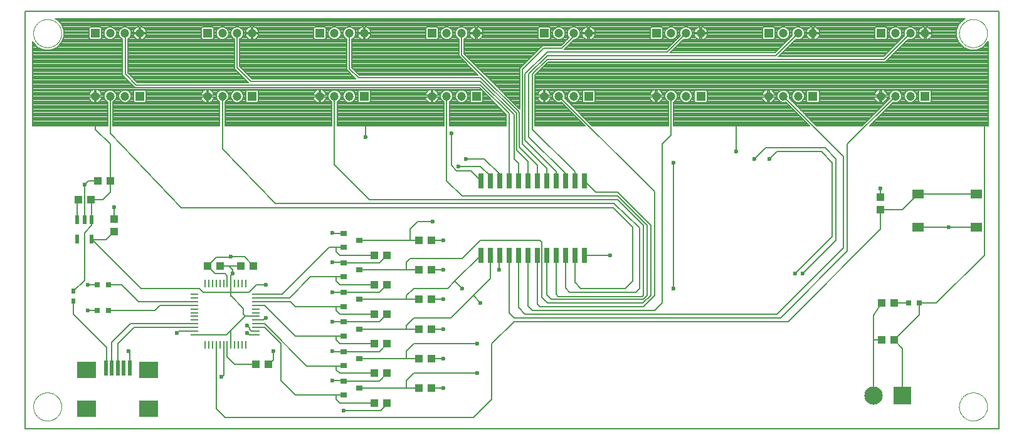
<source format=gtl>
G75*
%MOIN*%
%OFA0B0*%
%FSLAX25Y25*%
%IPPOS*%
%LPD*%
%AMOC8*
5,1,8,0,0,1.08239X$1,22.5*
%
%ADD10C,0.00787*%
%ADD11C,0.00000*%
%ADD12R,0.03937X0.04331*%
%ADD13R,0.04331X0.03937*%
%ADD14R,0.02600X0.08000*%
%ADD15R,0.01142X0.04449*%
%ADD16R,0.04449X0.01142*%
%ADD17R,0.06102X0.05118*%
%ADD18R,0.01969X0.07874*%
%ADD19R,0.09843X0.08661*%
%ADD20C,0.04724*%
%ADD21R,0.04724X0.04724*%
%ADD22R,0.03543X0.03150*%
%ADD23R,0.02362X0.04724*%
%ADD24R,0.03150X0.03150*%
%ADD25C,0.09744*%
%ADD26R,0.09744X0.09744*%
%ADD27R,0.01969X0.02756*%
%ADD28C,0.02362*%
%ADD29C,0.00600*%
D10*
X0001394Y0002628D02*
X0001394Y0225069D01*
X0519110Y0225069D01*
X0519110Y0002628D01*
X0001394Y0002628D01*
X0047457Y0035108D02*
X0047457Y0048691D01*
X0057319Y0058553D01*
X0091492Y0058553D01*
X0091492Y0056585D02*
X0059287Y0056585D01*
X0050606Y0047904D01*
X0050606Y0035108D01*
X0056906Y0035108D02*
X0056906Y0043573D01*
X0056512Y0043967D01*
X0082102Y0053809D02*
X0082909Y0054616D01*
X0091492Y0054616D01*
X0091492Y0052648D02*
X0108500Y0052648D01*
X0110823Y0054970D01*
X0110823Y0047451D01*
X0102949Y0047451D02*
X0102949Y0013278D01*
X0107693Y0008533D01*
X0239583Y0008533D01*
X0249425Y0018376D01*
X0249425Y0047904D01*
X0261236Y0059715D01*
X0406906Y0059715D01*
X0456118Y0108927D01*
X0456118Y0119360D01*
X0467634Y0119360D01*
X0475902Y0127628D01*
X0507201Y0127628D01*
X0507201Y0109911D02*
X0492535Y0109911D01*
X0475902Y0109911D01*
X0456118Y0126053D02*
X0456118Y0130581D01*
X0430528Y0144360D02*
X0430528Y0104990D01*
X0410843Y0085305D01*
X0414780Y0085305D02*
X0432496Y0103022D01*
X0432496Y0146329D01*
X0426591Y0152234D01*
X0395094Y0152234D01*
X0389189Y0146329D01*
X0397063Y0146329D02*
X0401000Y0150266D01*
X0424622Y0150266D01*
X0430528Y0144360D01*
X0436433Y0147805D02*
X0436433Y0099085D01*
X0401000Y0063652D01*
X0267142Y0063652D01*
X0263579Y0067215D01*
X0263579Y0095033D01*
X0268579Y0095033D02*
X0268579Y0068120D01*
X0271079Y0065620D01*
X0336039Y0065620D01*
X0339976Y0069557D01*
X0339976Y0154203D01*
X0344799Y0159026D01*
X0344799Y0179793D01*
X0341689Y0181030D02*
X0340248Y0181030D01*
X0340332Y0180827D02*
X0340065Y0181472D01*
X0339677Y0182052D01*
X0339184Y0182546D01*
X0338604Y0182933D01*
X0337959Y0183200D01*
X0337319Y0183328D01*
X0337319Y0180187D01*
X0340460Y0180187D01*
X0340332Y0180827D01*
X0340448Y0180244D02*
X0341453Y0180244D01*
X0341453Y0180459D02*
X0341453Y0179128D01*
X0341962Y0177898D01*
X0342904Y0176956D01*
X0343421Y0176742D01*
X0343421Y0164045D01*
X0302850Y0164045D01*
X0288286Y0178610D01*
X0288500Y0179128D01*
X0288500Y0180459D01*
X0287991Y0181689D01*
X0287049Y0182630D01*
X0285819Y0183140D01*
X0284488Y0183140D01*
X0283258Y0182630D01*
X0282317Y0181689D01*
X0281807Y0180459D01*
X0281807Y0179128D01*
X0282317Y0177898D01*
X0283258Y0176956D01*
X0284488Y0176447D01*
X0285819Y0176447D01*
X0286337Y0176661D01*
X0298953Y0164045D01*
X0272457Y0164045D01*
X0272457Y0191034D01*
X0279524Y0198100D01*
X0458756Y0198100D01*
X0459563Y0198908D01*
X0470781Y0210126D01*
X0471299Y0209911D01*
X0472630Y0209911D01*
X0473860Y0210421D01*
X0474802Y0211362D01*
X0475311Y0212592D01*
X0475311Y0213924D01*
X0474802Y0215153D01*
X0473860Y0216095D01*
X0472630Y0216604D01*
X0471299Y0216604D01*
X0470069Y0216095D01*
X0469128Y0215153D01*
X0468618Y0213924D01*
X0468618Y0212592D01*
X0468833Y0212075D01*
X0457614Y0200856D01*
X0401866Y0200856D01*
X0401886Y0200876D01*
X0411136Y0210126D01*
X0411653Y0209911D01*
X0412985Y0209911D01*
X0414215Y0210421D01*
X0415156Y0211362D01*
X0415665Y0212592D01*
X0415665Y0213924D01*
X0415156Y0215153D01*
X0414215Y0216095D01*
X0412985Y0216604D01*
X0411653Y0216604D01*
X0410423Y0216095D01*
X0409482Y0215153D01*
X0408972Y0213924D01*
X0408972Y0212592D01*
X0409187Y0212075D01*
X0399937Y0202825D01*
X0344189Y0202825D01*
X0344209Y0202845D01*
X0351490Y0210126D01*
X0352008Y0209911D01*
X0353339Y0209911D01*
X0354569Y0210421D01*
X0355510Y0211362D01*
X0356020Y0212592D01*
X0356020Y0213924D01*
X0355510Y0215153D01*
X0354569Y0216095D01*
X0353339Y0216604D01*
X0352008Y0216604D01*
X0350778Y0216095D01*
X0349836Y0215153D01*
X0349327Y0213924D01*
X0349327Y0212592D01*
X0349541Y0212075D01*
X0342260Y0204793D01*
X0288185Y0204793D01*
X0293303Y0209911D01*
X0293693Y0209911D01*
X0294923Y0210421D01*
X0295865Y0211362D01*
X0296374Y0212592D01*
X0296374Y0213924D01*
X0295865Y0215153D01*
X0294923Y0216095D01*
X0293693Y0216604D01*
X0292362Y0216604D01*
X0291132Y0216095D01*
X0290191Y0215153D01*
X0289681Y0213924D01*
X0289681Y0212592D01*
X0290191Y0211362D01*
X0290524Y0211029D01*
X0286256Y0206762D01*
X0276413Y0206762D01*
X0264227Y0194575D01*
X0264227Y0172846D01*
X0263775Y0173297D01*
X0245882Y0191191D01*
X0245075Y0191998D01*
X0245075Y0191998D01*
X0234760Y0202313D01*
X0234760Y0210206D01*
X0235277Y0210421D01*
X0236219Y0211362D01*
X0236728Y0212592D01*
X0236728Y0213924D01*
X0236219Y0215153D01*
X0235277Y0216095D01*
X0234048Y0216604D01*
X0232716Y0216604D01*
X0231486Y0216095D01*
X0230545Y0215153D01*
X0230035Y0213924D01*
X0230035Y0212592D01*
X0230545Y0211362D01*
X0231486Y0210421D01*
X0232004Y0210206D01*
X0232004Y0201171D01*
X0242162Y0191014D01*
X0179130Y0191014D01*
X0175114Y0195029D01*
X0175114Y0210206D01*
X0175632Y0210421D01*
X0176573Y0211362D01*
X0177083Y0212592D01*
X0177083Y0213924D01*
X0176573Y0215153D01*
X0175632Y0216095D01*
X0174402Y0216604D01*
X0173071Y0216604D01*
X0171841Y0216095D01*
X0170899Y0215153D01*
X0170390Y0213924D01*
X0170390Y0212592D01*
X0170899Y0211362D01*
X0171841Y0210421D01*
X0172358Y0210206D01*
X0172358Y0193888D01*
X0177181Y0189065D01*
X0177201Y0189045D01*
X0122043Y0189045D01*
X0115468Y0195620D01*
X0115468Y0210206D01*
X0115986Y0210421D01*
X0116928Y0211362D01*
X0117437Y0212592D01*
X0117437Y0213924D01*
X0116928Y0215153D01*
X0115986Y0216095D01*
X0114756Y0216604D01*
X0113425Y0216604D01*
X0112195Y0216095D01*
X0111254Y0215153D01*
X0110744Y0213924D01*
X0110744Y0212592D01*
X0111254Y0211362D01*
X0112195Y0210421D01*
X0112713Y0210206D01*
X0112713Y0194478D01*
X0120114Y0187077D01*
X0061020Y0187077D01*
X0055921Y0192175D01*
X0055921Y0210247D01*
X0056340Y0210421D01*
X0057282Y0211362D01*
X0057791Y0212592D01*
X0057791Y0213924D01*
X0057282Y0215153D01*
X0056340Y0216095D01*
X0055111Y0216604D01*
X0053779Y0216604D01*
X0052549Y0216095D01*
X0051608Y0215153D01*
X0051098Y0213924D01*
X0051098Y0212592D01*
X0051608Y0211362D01*
X0052549Y0210421D01*
X0053165Y0210166D01*
X0053165Y0191034D01*
X0059071Y0185128D01*
X0059878Y0184321D01*
X0242949Y0184321D01*
X0257201Y0170069D01*
X0257201Y0164045D01*
X0226886Y0164045D01*
X0226886Y0176742D01*
X0227403Y0176956D01*
X0228345Y0177898D01*
X0228854Y0179128D01*
X0228854Y0180459D01*
X0228345Y0181689D01*
X0227403Y0182630D01*
X0226174Y0183140D01*
X0224842Y0183140D01*
X0223612Y0182630D01*
X0222671Y0181689D01*
X0222161Y0180459D01*
X0222161Y0179128D01*
X0222671Y0177898D01*
X0223612Y0176956D01*
X0224130Y0176742D01*
X0224130Y0164045D01*
X0167240Y0164045D01*
X0167240Y0176742D01*
X0167758Y0176956D01*
X0168699Y0177898D01*
X0169209Y0179128D01*
X0169209Y0180459D01*
X0168699Y0181689D01*
X0167758Y0182630D01*
X0166528Y0183140D01*
X0165197Y0183140D01*
X0163967Y0182630D01*
X0163025Y0181689D01*
X0162516Y0180459D01*
X0162516Y0179128D01*
X0163025Y0177898D01*
X0163967Y0176956D01*
X0164484Y0176742D01*
X0164484Y0164045D01*
X0107594Y0164045D01*
X0107594Y0176742D01*
X0108112Y0176956D01*
X0109054Y0177898D01*
X0109563Y0179128D01*
X0109563Y0180459D01*
X0109054Y0181689D01*
X0108112Y0182630D01*
X0106882Y0183140D01*
X0105551Y0183140D01*
X0104321Y0182630D01*
X0103380Y0181689D01*
X0102870Y0180459D01*
X0102870Y0179128D01*
X0103380Y0177898D01*
X0104321Y0176956D01*
X0104839Y0176742D01*
X0104839Y0164045D01*
X0048047Y0164045D01*
X0048047Y0176783D01*
X0048466Y0176956D01*
X0049408Y0177898D01*
X0049917Y0179128D01*
X0049917Y0180459D01*
X0049408Y0181689D01*
X0048466Y0182630D01*
X0047237Y0183140D01*
X0045905Y0183140D01*
X0044675Y0182630D01*
X0043734Y0181689D01*
X0043224Y0180459D01*
X0043224Y0179128D01*
X0043734Y0177898D01*
X0044675Y0176956D01*
X0045291Y0176701D01*
X0045291Y0164045D01*
X0005331Y0164045D01*
X0005331Y0209120D01*
X0005695Y0208240D01*
X0008187Y0205748D01*
X0011443Y0204400D01*
X0014967Y0204400D01*
X0018223Y0205748D01*
X0020714Y0208240D01*
X0022063Y0211496D01*
X0022063Y0215020D01*
X0020714Y0218276D01*
X0018223Y0220768D01*
X0017343Y0221132D01*
X0501193Y0221132D01*
X0500313Y0220768D01*
X0497821Y0218276D01*
X0496472Y0215020D01*
X0496472Y0211496D01*
X0497821Y0208240D01*
X0500313Y0205748D01*
X0503569Y0204400D01*
X0507093Y0204400D01*
X0510349Y0205748D01*
X0512840Y0208240D01*
X0513205Y0209120D01*
X0513205Y0164045D01*
X0450291Y0164045D01*
X0462907Y0176661D01*
X0463425Y0176447D01*
X0464756Y0176447D01*
X0465986Y0176956D01*
X0466928Y0177898D01*
X0467437Y0179128D01*
X0467437Y0180459D01*
X0466928Y0181689D01*
X0465986Y0182630D01*
X0464756Y0183140D01*
X0463425Y0183140D01*
X0462195Y0182630D01*
X0461254Y0181689D01*
X0460744Y0180459D01*
X0460744Y0179128D01*
X0460959Y0178610D01*
X0446394Y0164045D01*
X0422142Y0164045D01*
X0407577Y0178610D01*
X0407791Y0179128D01*
X0407791Y0180459D01*
X0407282Y0181689D01*
X0406340Y0182630D01*
X0405111Y0183140D01*
X0403779Y0183140D01*
X0402549Y0182630D01*
X0401608Y0181689D01*
X0401098Y0180459D01*
X0401098Y0179128D01*
X0401608Y0177898D01*
X0402549Y0176956D01*
X0403779Y0176447D01*
X0405111Y0176447D01*
X0405628Y0176661D01*
X0418244Y0164045D01*
X0346177Y0164045D01*
X0346177Y0176742D01*
X0346695Y0176956D01*
X0347636Y0177898D01*
X0348146Y0179128D01*
X0348146Y0180459D01*
X0347636Y0181689D01*
X0346695Y0182630D01*
X0345465Y0183140D01*
X0344134Y0183140D01*
X0342904Y0182630D01*
X0341962Y0181689D01*
X0341453Y0180459D01*
X0341453Y0179458D02*
X0337319Y0179458D01*
X0337319Y0179400D02*
X0337319Y0180187D01*
X0336531Y0180187D01*
X0336531Y0179400D01*
X0333391Y0179400D01*
X0333518Y0178760D01*
X0333785Y0178115D01*
X0334173Y0177535D01*
X0334666Y0177041D01*
X0335247Y0176653D01*
X0335892Y0176386D01*
X0336531Y0176259D01*
X0336531Y0179400D01*
X0337319Y0179400D01*
X0340460Y0179400D01*
X0340332Y0178760D01*
X0340065Y0178115D01*
X0339677Y0177535D01*
X0339184Y0177041D01*
X0338604Y0176653D01*
X0337959Y0176386D01*
X0337319Y0176259D01*
X0337319Y0179400D01*
X0337319Y0178672D02*
X0336531Y0178672D01*
X0336531Y0177887D02*
X0337319Y0177887D01*
X0337319Y0177101D02*
X0336531Y0177101D01*
X0336531Y0176315D02*
X0337319Y0176315D01*
X0337599Y0176315D02*
X0343421Y0176315D01*
X0343421Y0175529D02*
X0291367Y0175529D01*
X0292153Y0174743D02*
X0343421Y0174743D01*
X0343421Y0173957D02*
X0292939Y0173957D01*
X0293725Y0173171D02*
X0343421Y0173171D01*
X0343421Y0172385D02*
X0294510Y0172385D01*
X0295296Y0171599D02*
X0343421Y0171599D01*
X0343421Y0170813D02*
X0296082Y0170813D01*
X0296868Y0170027D02*
X0343421Y0170027D01*
X0343421Y0169241D02*
X0297654Y0169241D01*
X0298440Y0168456D02*
X0343421Y0168456D01*
X0343421Y0167670D02*
X0299226Y0167670D01*
X0300012Y0166884D02*
X0343421Y0166884D01*
X0343421Y0166098D02*
X0300798Y0166098D01*
X0301584Y0165312D02*
X0343421Y0165312D01*
X0343421Y0164526D02*
X0302370Y0164526D01*
X0298472Y0164526D02*
X0272457Y0164526D01*
X0272457Y0165312D02*
X0297686Y0165312D01*
X0296900Y0166098D02*
X0272457Y0166098D01*
X0272457Y0166884D02*
X0296114Y0166884D01*
X0295328Y0167670D02*
X0272457Y0167670D01*
X0272457Y0168456D02*
X0294543Y0168456D01*
X0293757Y0169241D02*
X0272457Y0169241D01*
X0272457Y0170027D02*
X0292971Y0170027D01*
X0292185Y0170813D02*
X0272457Y0170813D01*
X0272457Y0171599D02*
X0291399Y0171599D01*
X0290613Y0172385D02*
X0272457Y0172385D01*
X0272457Y0173171D02*
X0289827Y0173171D01*
X0289041Y0173957D02*
X0272457Y0173957D01*
X0272457Y0174743D02*
X0288255Y0174743D01*
X0287469Y0175529D02*
X0272457Y0175529D01*
X0272457Y0176315D02*
X0276605Y0176315D01*
X0276886Y0176315D02*
X0277673Y0176315D01*
X0277673Y0176259D02*
X0278313Y0176386D01*
X0278958Y0176653D01*
X0279538Y0177041D01*
X0280032Y0177535D01*
X0280420Y0178115D01*
X0280687Y0178760D01*
X0280814Y0179400D01*
X0277673Y0179400D01*
X0277673Y0180187D01*
X0276886Y0180187D01*
X0276886Y0183328D01*
X0276246Y0183200D01*
X0275601Y0182933D01*
X0275021Y0182546D01*
X0274527Y0182052D01*
X0274139Y0181472D01*
X0273872Y0180827D01*
X0273745Y0180187D01*
X0276886Y0180187D01*
X0276886Y0179400D01*
X0273745Y0179400D01*
X0273872Y0178760D01*
X0274139Y0178115D01*
X0274527Y0177535D01*
X0275021Y0177041D01*
X0275601Y0176653D01*
X0276246Y0176386D01*
X0276886Y0176259D01*
X0276886Y0179400D01*
X0277673Y0179400D01*
X0277673Y0176259D01*
X0277954Y0176315D02*
X0286683Y0176315D01*
X0289009Y0177887D02*
X0290202Y0177887D01*
X0290191Y0177898D02*
X0291132Y0176956D01*
X0292362Y0176447D01*
X0293693Y0176447D01*
X0294923Y0176956D01*
X0295865Y0177898D01*
X0296374Y0179128D01*
X0296374Y0180459D01*
X0295865Y0181689D01*
X0294923Y0182630D01*
X0293693Y0183140D01*
X0292362Y0183140D01*
X0291132Y0182630D01*
X0290191Y0181689D01*
X0289681Y0180459D01*
X0289681Y0179128D01*
X0290191Y0177898D01*
X0289870Y0178672D02*
X0288311Y0178672D01*
X0288500Y0179458D02*
X0289681Y0179458D01*
X0289681Y0180244D02*
X0288500Y0180244D01*
X0288263Y0181030D02*
X0289918Y0181030D01*
X0290318Y0181816D02*
X0287863Y0181816D01*
X0287077Y0182602D02*
X0291104Y0182602D01*
X0294951Y0182602D02*
X0297594Y0182602D01*
X0297555Y0182563D02*
X0297555Y0177023D01*
X0298132Y0176447D01*
X0303671Y0176447D01*
X0304248Y0177023D01*
X0304248Y0182563D01*
X0303671Y0183140D01*
X0298132Y0183140D01*
X0297555Y0182563D01*
X0297555Y0181816D02*
X0295737Y0181816D01*
X0296137Y0181030D02*
X0297555Y0181030D01*
X0297555Y0180244D02*
X0296374Y0180244D01*
X0296374Y0179458D02*
X0297555Y0179458D01*
X0297555Y0178672D02*
X0296185Y0178672D01*
X0295853Y0177887D02*
X0297555Y0177887D01*
X0297555Y0177101D02*
X0295067Y0177101D01*
X0290988Y0177101D02*
X0289795Y0177101D01*
X0290581Y0176315D02*
X0336251Y0176315D01*
X0334607Y0177101D02*
X0304248Y0177101D01*
X0304248Y0177887D02*
X0333938Y0177887D01*
X0333554Y0178672D02*
X0304248Y0178672D01*
X0304248Y0179458D02*
X0336531Y0179458D01*
X0336531Y0180187D02*
X0333391Y0180187D01*
X0333518Y0180827D01*
X0333785Y0181472D01*
X0334173Y0182052D01*
X0334666Y0182546D01*
X0335247Y0182933D01*
X0335892Y0183200D01*
X0336531Y0183328D01*
X0336531Y0180187D01*
X0336531Y0180244D02*
X0337319Y0180244D01*
X0337319Y0181030D02*
X0336531Y0181030D01*
X0336531Y0181816D02*
X0337319Y0181816D01*
X0337319Y0182602D02*
X0336531Y0182602D01*
X0334751Y0182602D02*
X0304209Y0182602D01*
X0304248Y0181816D02*
X0334015Y0181816D01*
X0333602Y0181030D02*
X0304248Y0181030D01*
X0304248Y0180244D02*
X0333402Y0180244D01*
X0339099Y0182602D02*
X0342875Y0182602D01*
X0342089Y0181816D02*
X0339835Y0181816D01*
X0340296Y0178672D02*
X0341641Y0178672D01*
X0341973Y0177887D02*
X0339913Y0177887D01*
X0339243Y0177101D02*
X0342759Y0177101D01*
X0346177Y0176315D02*
X0395897Y0176315D01*
X0396177Y0176315D02*
X0396965Y0176315D01*
X0396965Y0176259D02*
X0397604Y0176386D01*
X0398249Y0176653D01*
X0398830Y0177041D01*
X0399323Y0177535D01*
X0399711Y0178115D01*
X0399978Y0178760D01*
X0400105Y0179400D01*
X0396965Y0179400D01*
X0396965Y0180187D01*
X0400105Y0180187D01*
X0399978Y0180827D01*
X0399711Y0181472D01*
X0399323Y0182052D01*
X0398830Y0182546D01*
X0398249Y0182933D01*
X0397604Y0183200D01*
X0396965Y0183328D01*
X0396965Y0180187D01*
X0396177Y0180187D01*
X0396177Y0179400D01*
X0393036Y0179400D01*
X0393164Y0178760D01*
X0393431Y0178115D01*
X0393819Y0177535D01*
X0394312Y0177041D01*
X0394892Y0176653D01*
X0395537Y0176386D01*
X0396177Y0176259D01*
X0396177Y0179400D01*
X0396965Y0179400D01*
X0396965Y0176259D01*
X0397245Y0176315D02*
X0405975Y0176315D01*
X0406761Y0175529D02*
X0346177Y0175529D01*
X0346177Y0174743D02*
X0407547Y0174743D01*
X0408333Y0173957D02*
X0346177Y0173957D01*
X0346177Y0173171D02*
X0409118Y0173171D01*
X0409904Y0172385D02*
X0346177Y0172385D01*
X0346177Y0171599D02*
X0410690Y0171599D01*
X0411476Y0170813D02*
X0346177Y0170813D01*
X0346177Y0170027D02*
X0412262Y0170027D01*
X0413048Y0169241D02*
X0346177Y0169241D01*
X0346177Y0168456D02*
X0413834Y0168456D01*
X0414620Y0167670D02*
X0346177Y0167670D01*
X0346177Y0166884D02*
X0415406Y0166884D01*
X0416192Y0166098D02*
X0346177Y0166098D01*
X0346177Y0165312D02*
X0416978Y0165312D01*
X0417763Y0164526D02*
X0346177Y0164526D01*
X0346839Y0177101D02*
X0350633Y0177101D01*
X0350778Y0176956D02*
X0352008Y0176447D01*
X0353339Y0176447D01*
X0354569Y0176956D01*
X0355510Y0177898D01*
X0356020Y0179128D01*
X0356020Y0180459D01*
X0355510Y0181689D01*
X0354569Y0182630D01*
X0353339Y0183140D01*
X0352008Y0183140D01*
X0350778Y0182630D01*
X0349836Y0181689D01*
X0349327Y0180459D01*
X0349327Y0179128D01*
X0349836Y0177898D01*
X0350778Y0176956D01*
X0349847Y0177887D02*
X0347625Y0177887D01*
X0347957Y0178672D02*
X0349515Y0178672D01*
X0349327Y0179458D02*
X0348146Y0179458D01*
X0348146Y0180244D02*
X0349327Y0180244D01*
X0349563Y0181030D02*
X0347909Y0181030D01*
X0347509Y0181816D02*
X0349963Y0181816D01*
X0350749Y0182602D02*
X0346723Y0182602D01*
X0354597Y0182602D02*
X0357240Y0182602D01*
X0357201Y0182563D02*
X0357201Y0177023D01*
X0357777Y0176447D01*
X0363317Y0176447D01*
X0363894Y0177023D01*
X0363894Y0182563D01*
X0363317Y0183140D01*
X0357777Y0183140D01*
X0357201Y0182563D01*
X0357201Y0181816D02*
X0355383Y0181816D01*
X0355783Y0181030D02*
X0357201Y0181030D01*
X0357201Y0180244D02*
X0356020Y0180244D01*
X0356020Y0179458D02*
X0357201Y0179458D01*
X0357201Y0178672D02*
X0355831Y0178672D01*
X0355499Y0177887D02*
X0357201Y0177887D01*
X0357201Y0177101D02*
X0354713Y0177101D01*
X0363894Y0177101D02*
X0394253Y0177101D01*
X0393583Y0177887D02*
X0363894Y0177887D01*
X0363894Y0178672D02*
X0393200Y0178672D01*
X0393036Y0180187D02*
X0396177Y0180187D01*
X0396177Y0183328D01*
X0395537Y0183200D01*
X0394892Y0182933D01*
X0394312Y0182546D01*
X0393819Y0182052D01*
X0393431Y0181472D01*
X0393164Y0180827D01*
X0393036Y0180187D01*
X0393048Y0180244D02*
X0363894Y0180244D01*
X0363894Y0179458D02*
X0396177Y0179458D01*
X0396177Y0178672D02*
X0396965Y0178672D01*
X0396965Y0177887D02*
X0396177Y0177887D01*
X0396177Y0177101D02*
X0396965Y0177101D01*
X0398889Y0177101D02*
X0402405Y0177101D01*
X0401619Y0177887D02*
X0399558Y0177887D01*
X0399942Y0178672D02*
X0401287Y0178672D01*
X0401098Y0179458D02*
X0396965Y0179458D01*
X0396965Y0180244D02*
X0396177Y0180244D01*
X0396177Y0181030D02*
X0396965Y0181030D01*
X0396965Y0181816D02*
X0396177Y0181816D01*
X0396177Y0182602D02*
X0396965Y0182602D01*
X0398745Y0182602D02*
X0402521Y0182602D01*
X0401735Y0181816D02*
X0399481Y0181816D01*
X0399894Y0181030D02*
X0401335Y0181030D01*
X0401098Y0180244D02*
X0400094Y0180244D01*
X0404445Y0179793D02*
X0436433Y0147805D01*
X0438451Y0154154D02*
X0438451Y0097165D01*
X0402969Y0061683D01*
X0261236Y0061683D01*
X0258579Y0064341D01*
X0258579Y0095033D01*
X0253579Y0095033D02*
X0253362Y0094816D01*
X0253362Y0087274D01*
X0248579Y0082490D02*
X0239583Y0073494D01*
X0243520Y0069557D01*
X0239583Y0073494D02*
X0227772Y0061683D01*
X0208087Y0061683D01*
X0204150Y0057746D01*
X0204150Y0055778D01*
X0210646Y0055778D01*
X0204150Y0055778D02*
X0178953Y0055778D01*
X0170685Y0059518D02*
X0164976Y0059518D01*
X0164780Y0059715D01*
X0170685Y0059518D02*
X0189583Y0059518D01*
X0193717Y0063652D01*
X0187024Y0063652D02*
X0168717Y0063652D01*
X0166748Y0065620D01*
X0166748Y0067589D01*
X0170488Y0067589D01*
X0170685Y0067785D01*
X0166748Y0067589D02*
X0145094Y0067589D01*
X0142319Y0070364D01*
X0123894Y0070364D01*
X0123894Y0068396D02*
X0128539Y0068396D01*
X0144898Y0052037D01*
X0166748Y0052037D01*
X0166748Y0049872D01*
X0168717Y0047904D01*
X0187024Y0047904D01*
X0189583Y0043770D02*
X0193717Y0047904D01*
X0189583Y0043770D02*
X0170685Y0043770D01*
X0164976Y0043770D01*
X0164780Y0043967D01*
X0166748Y0036093D02*
X0151000Y0036093D01*
X0128539Y0058553D01*
X0123894Y0058553D01*
X0123894Y0056585D02*
X0128539Y0056585D01*
X0137220Y0047904D01*
X0137220Y0028219D01*
X0144898Y0020541D01*
X0166748Y0020541D01*
X0166748Y0018376D01*
X0168717Y0016407D01*
X0187024Y0016407D01*
X0190370Y0012470D02*
X0193717Y0015817D01*
X0193717Y0016407D01*
X0190370Y0012470D02*
X0170685Y0012470D01*
X0170685Y0020541D02*
X0166748Y0020541D01*
X0178953Y0024281D02*
X0204150Y0024281D01*
X0210646Y0024281D01*
X0204150Y0024281D02*
X0204150Y0028219D01*
X0208087Y0032156D01*
X0241551Y0032156D01*
X0223835Y0040030D02*
X0217339Y0040030D01*
X0210646Y0040030D02*
X0204150Y0040030D01*
X0178953Y0040030D01*
X0170685Y0036289D02*
X0170488Y0036093D01*
X0166748Y0036093D01*
X0166748Y0034124D01*
X0168717Y0032156D01*
X0187024Y0032156D01*
X0189583Y0028022D02*
X0170685Y0028022D01*
X0170488Y0028219D01*
X0164780Y0028219D01*
X0189583Y0028022D02*
X0193717Y0032156D01*
X0204150Y0040030D02*
X0204150Y0043967D01*
X0208087Y0047904D01*
X0241551Y0047904D01*
X0223835Y0055778D02*
X0217339Y0055778D01*
X0217339Y0071526D02*
X0223835Y0071526D01*
X0210646Y0071526D02*
X0204150Y0071526D01*
X0204150Y0073494D01*
X0208087Y0077431D01*
X0225977Y0077431D01*
X0229827Y0081281D01*
X0233677Y0077431D01*
X0229827Y0081281D02*
X0243579Y0095033D01*
X0248579Y0095033D02*
X0248579Y0082490D01*
X0233677Y0093179D02*
X0243520Y0103022D01*
X0275016Y0103022D01*
X0276000Y0102037D01*
X0276000Y0072510D01*
X0278953Y0069557D01*
X0329862Y0069557D01*
X0334071Y0073766D01*
X0334071Y0110896D01*
X0316354Y0128612D01*
X0304599Y0128612D01*
X0298579Y0134633D01*
X0293579Y0134633D02*
X0293579Y0139577D01*
X0271079Y0162077D01*
X0271079Y0191604D01*
X0278953Y0199478D01*
X0458185Y0199478D01*
X0471965Y0213258D01*
X0475311Y0213253D02*
X0479445Y0213253D01*
X0479445Y0212864D02*
X0476304Y0212864D01*
X0476431Y0212224D01*
X0476699Y0211579D01*
X0477086Y0210999D01*
X0477580Y0210506D01*
X0478160Y0210118D01*
X0478805Y0209851D01*
X0479445Y0209723D01*
X0479445Y0212864D01*
X0480232Y0212864D01*
X0480232Y0209723D01*
X0480872Y0209851D01*
X0481517Y0210118D01*
X0482097Y0210506D01*
X0482591Y0210999D01*
X0482979Y0211579D01*
X0483246Y0212224D01*
X0483373Y0212864D01*
X0480232Y0212864D01*
X0480232Y0213652D01*
X0479445Y0213652D01*
X0479445Y0216792D01*
X0478805Y0216665D01*
X0478160Y0216398D01*
X0477580Y0216010D01*
X0477086Y0215517D01*
X0476699Y0214936D01*
X0476431Y0214291D01*
X0476304Y0213652D01*
X0479445Y0213652D01*
X0479445Y0212864D01*
X0479445Y0212467D02*
X0480232Y0212467D01*
X0480232Y0213253D02*
X0496472Y0213253D01*
X0496472Y0214039D02*
X0483296Y0214039D01*
X0483246Y0214291D02*
X0482979Y0214936D01*
X0482591Y0215517D01*
X0482097Y0216010D01*
X0481517Y0216398D01*
X0480872Y0216665D01*
X0480232Y0216792D01*
X0480232Y0213652D01*
X0483373Y0213652D01*
X0483246Y0214291D01*
X0483025Y0214824D02*
X0496472Y0214824D01*
X0496717Y0215610D02*
X0482497Y0215610D01*
X0481519Y0216396D02*
X0497043Y0216396D01*
X0497368Y0217182D02*
X0021167Y0217182D01*
X0021493Y0216396D02*
X0035719Y0216396D01*
X0035927Y0216604D02*
X0035350Y0216028D01*
X0035350Y0210488D01*
X0035927Y0209911D01*
X0041467Y0209911D01*
X0042043Y0210488D01*
X0042043Y0216028D01*
X0041467Y0216604D01*
X0035927Y0216604D01*
X0035350Y0215610D02*
X0021818Y0215610D01*
X0022063Y0214824D02*
X0035350Y0214824D01*
X0035350Y0214039D02*
X0022063Y0214039D01*
X0022063Y0213253D02*
X0035350Y0213253D01*
X0035350Y0212467D02*
X0022063Y0212467D01*
X0022063Y0211681D02*
X0035350Y0211681D01*
X0035350Y0210895D02*
X0021814Y0210895D01*
X0021489Y0210109D02*
X0035729Y0210109D01*
X0041664Y0210109D02*
X0045428Y0210109D01*
X0045905Y0209911D02*
X0044675Y0210421D01*
X0043734Y0211362D01*
X0043224Y0212592D01*
X0043224Y0213924D01*
X0043734Y0215153D01*
X0044675Y0216095D01*
X0045905Y0216604D01*
X0047237Y0216604D01*
X0048466Y0216095D01*
X0049408Y0215153D01*
X0049917Y0213924D01*
X0049917Y0212592D01*
X0049408Y0211362D01*
X0048466Y0210421D01*
X0047237Y0209911D01*
X0045905Y0209911D01*
X0047713Y0210109D02*
X0053165Y0210109D01*
X0053165Y0209323D02*
X0021163Y0209323D01*
X0020837Y0208537D02*
X0053165Y0208537D01*
X0053165Y0207751D02*
X0020226Y0207751D01*
X0019440Y0206965D02*
X0053165Y0206965D01*
X0053165Y0206179D02*
X0018654Y0206179D01*
X0017366Y0205393D02*
X0053165Y0205393D01*
X0053165Y0204608D02*
X0015469Y0204608D01*
X0010941Y0204608D02*
X0005331Y0204608D01*
X0005331Y0205393D02*
X0009043Y0205393D01*
X0007756Y0206179D02*
X0005331Y0206179D01*
X0005331Y0206965D02*
X0006970Y0206965D01*
X0006184Y0207751D02*
X0005331Y0207751D01*
X0005331Y0208537D02*
X0005572Y0208537D01*
X0005331Y0203822D02*
X0053165Y0203822D01*
X0053165Y0203036D02*
X0005331Y0203036D01*
X0005331Y0202250D02*
X0053165Y0202250D01*
X0053165Y0201464D02*
X0005331Y0201464D01*
X0005331Y0200678D02*
X0053165Y0200678D01*
X0053165Y0199892D02*
X0005331Y0199892D01*
X0005331Y0199106D02*
X0053165Y0199106D01*
X0053165Y0198320D02*
X0005331Y0198320D01*
X0005331Y0197534D02*
X0053165Y0197534D01*
X0053165Y0196748D02*
X0005331Y0196748D01*
X0005331Y0195963D02*
X0053165Y0195963D01*
X0053165Y0195177D02*
X0005331Y0195177D01*
X0005331Y0194391D02*
X0053165Y0194391D01*
X0053165Y0193605D02*
X0005331Y0193605D01*
X0005331Y0192819D02*
X0053165Y0192819D01*
X0053165Y0192033D02*
X0005331Y0192033D01*
X0005331Y0191247D02*
X0053165Y0191247D01*
X0053738Y0190461D02*
X0005331Y0190461D01*
X0005331Y0189675D02*
X0054524Y0189675D01*
X0055310Y0188889D02*
X0005331Y0188889D01*
X0005331Y0188103D02*
X0056096Y0188103D01*
X0056881Y0187317D02*
X0005331Y0187317D01*
X0005331Y0186532D02*
X0057667Y0186532D01*
X0058453Y0185746D02*
X0005331Y0185746D01*
X0005331Y0184960D02*
X0059239Y0184960D01*
X0060449Y0185699D02*
X0243520Y0185699D01*
X0258579Y0170640D01*
X0258579Y0134633D01*
X0263579Y0134633D02*
X0263579Y0143986D01*
X0261236Y0146329D01*
X0261236Y0169951D01*
X0243520Y0187667D01*
X0121472Y0187667D01*
X0114091Y0195049D01*
X0114091Y0213258D01*
X0117437Y0213253D02*
X0121571Y0213253D01*
X0121571Y0212864D02*
X0118430Y0212864D01*
X0118557Y0212224D01*
X0118825Y0211579D01*
X0119212Y0210999D01*
X0119706Y0210506D01*
X0120286Y0210118D01*
X0120931Y0209851D01*
X0121571Y0209723D01*
X0121571Y0212864D01*
X0122358Y0212864D01*
X0122358Y0209723D01*
X0122998Y0209851D01*
X0123643Y0210118D01*
X0124223Y0210506D01*
X0124717Y0210999D01*
X0125105Y0211579D01*
X0125372Y0212224D01*
X0125499Y0212864D01*
X0122358Y0212864D01*
X0122358Y0213652D01*
X0121571Y0213652D01*
X0121571Y0216792D01*
X0120931Y0216665D01*
X0120286Y0216398D01*
X0119706Y0216010D01*
X0119212Y0215517D01*
X0118825Y0214936D01*
X0118557Y0214291D01*
X0118430Y0213652D01*
X0121571Y0213652D01*
X0121571Y0212864D01*
X0121571Y0212467D02*
X0122358Y0212467D01*
X0122358Y0213253D02*
X0154642Y0213253D01*
X0154642Y0214039D02*
X0125422Y0214039D01*
X0125372Y0214291D02*
X0125105Y0214936D01*
X0124717Y0215517D01*
X0124223Y0216010D01*
X0123643Y0216398D01*
X0122998Y0216665D01*
X0122358Y0216792D01*
X0122358Y0213652D01*
X0125499Y0213652D01*
X0125372Y0214291D01*
X0125151Y0214824D02*
X0154642Y0214824D01*
X0154642Y0215610D02*
X0124623Y0215610D01*
X0123645Y0216396D02*
X0155010Y0216396D01*
X0155218Y0216604D02*
X0154642Y0216028D01*
X0154642Y0210488D01*
X0155218Y0209911D01*
X0160758Y0209911D01*
X0161335Y0210488D01*
X0161335Y0216028D01*
X0160758Y0216604D01*
X0155218Y0216604D01*
X0154642Y0212467D02*
X0125420Y0212467D01*
X0125147Y0211681D02*
X0154642Y0211681D01*
X0154642Y0210895D02*
X0124613Y0210895D01*
X0123621Y0210109D02*
X0155021Y0210109D01*
X0160956Y0210109D02*
X0164720Y0210109D01*
X0165197Y0209911D02*
X0163967Y0210421D01*
X0163025Y0211362D01*
X0162516Y0212592D01*
X0162516Y0213924D01*
X0163025Y0215153D01*
X0163967Y0216095D01*
X0165197Y0216604D01*
X0166528Y0216604D01*
X0167758Y0216095D01*
X0168699Y0215153D01*
X0169209Y0213924D01*
X0169209Y0212592D01*
X0168699Y0211362D01*
X0167758Y0210421D01*
X0166528Y0209911D01*
X0165197Y0209911D01*
X0167005Y0210109D02*
X0172358Y0210109D01*
X0172358Y0209323D02*
X0115468Y0209323D01*
X0115468Y0208537D02*
X0172358Y0208537D01*
X0172358Y0207751D02*
X0115468Y0207751D01*
X0115468Y0206965D02*
X0172358Y0206965D01*
X0172358Y0206179D02*
X0115468Y0206179D01*
X0115468Y0205393D02*
X0172358Y0205393D01*
X0172358Y0204608D02*
X0115468Y0204608D01*
X0115468Y0203822D02*
X0172358Y0203822D01*
X0172358Y0203036D02*
X0115468Y0203036D01*
X0115468Y0202250D02*
X0172358Y0202250D01*
X0172358Y0201464D02*
X0115468Y0201464D01*
X0115468Y0200678D02*
X0172358Y0200678D01*
X0172358Y0199892D02*
X0115468Y0199892D01*
X0115468Y0199106D02*
X0172358Y0199106D01*
X0172358Y0198320D02*
X0115468Y0198320D01*
X0115468Y0197534D02*
X0172358Y0197534D01*
X0172358Y0196748D02*
X0115468Y0196748D01*
X0115468Y0195963D02*
X0172358Y0195963D01*
X0172358Y0195177D02*
X0115912Y0195177D01*
X0116698Y0194391D02*
X0172358Y0194391D01*
X0172641Y0193605D02*
X0117484Y0193605D01*
X0118270Y0192819D02*
X0173427Y0192819D01*
X0174213Y0192033D02*
X0119056Y0192033D01*
X0119841Y0191247D02*
X0174999Y0191247D01*
X0175785Y0190461D02*
X0120627Y0190461D01*
X0121413Y0189675D02*
X0176571Y0189675D01*
X0177181Y0189065D02*
X0177181Y0189065D01*
X0178559Y0189636D02*
X0173736Y0194459D01*
X0173736Y0213258D01*
X0170390Y0213253D02*
X0169209Y0213253D01*
X0169161Y0214039D02*
X0170437Y0214039D01*
X0170763Y0214824D02*
X0168835Y0214824D01*
X0168242Y0215610D02*
X0171356Y0215610D01*
X0172568Y0216396D02*
X0167030Y0216396D01*
X0164694Y0216396D02*
X0160966Y0216396D01*
X0161335Y0215610D02*
X0163482Y0215610D01*
X0162889Y0214824D02*
X0161335Y0214824D01*
X0161335Y0214039D02*
X0162563Y0214039D01*
X0162516Y0213253D02*
X0161335Y0213253D01*
X0161335Y0212467D02*
X0162568Y0212467D01*
X0162893Y0211681D02*
X0161335Y0211681D01*
X0161335Y0210895D02*
X0163493Y0210895D01*
X0168232Y0210895D02*
X0171367Y0210895D01*
X0170767Y0211681D02*
X0168831Y0211681D01*
X0169157Y0212467D02*
X0170442Y0212467D01*
X0175114Y0210109D02*
X0179953Y0210109D01*
X0179932Y0210118D02*
X0180577Y0209851D01*
X0181217Y0209723D01*
X0181217Y0212864D01*
X0182004Y0212864D01*
X0182004Y0209723D01*
X0182644Y0209851D01*
X0183289Y0210118D01*
X0183869Y0210506D01*
X0184362Y0210999D01*
X0184750Y0211579D01*
X0185017Y0212224D01*
X0185145Y0212864D01*
X0182004Y0212864D01*
X0182004Y0213652D01*
X0181217Y0213652D01*
X0181217Y0216792D01*
X0180577Y0216665D01*
X0179932Y0216398D01*
X0179352Y0216010D01*
X0178858Y0215517D01*
X0178470Y0214936D01*
X0178203Y0214291D01*
X0178076Y0213652D01*
X0181216Y0213652D01*
X0181216Y0212864D01*
X0178076Y0212864D01*
X0178203Y0212224D01*
X0178470Y0211579D01*
X0178858Y0210999D01*
X0179352Y0210506D01*
X0179932Y0210118D01*
X0178962Y0210895D02*
X0176106Y0210895D01*
X0176705Y0211681D02*
X0178428Y0211681D01*
X0178155Y0212467D02*
X0177031Y0212467D01*
X0177083Y0213253D02*
X0181216Y0213253D01*
X0181217Y0214039D02*
X0182004Y0214039D01*
X0182004Y0213652D02*
X0182004Y0216792D01*
X0182644Y0216665D01*
X0183289Y0216398D01*
X0183869Y0216010D01*
X0184362Y0215517D01*
X0184750Y0214936D01*
X0185017Y0214291D01*
X0185145Y0213652D01*
X0182004Y0213652D01*
X0182004Y0213253D02*
X0214287Y0213253D01*
X0214287Y0214039D02*
X0185068Y0214039D01*
X0184797Y0214824D02*
X0214287Y0214824D01*
X0214287Y0215610D02*
X0184269Y0215610D01*
X0183291Y0216396D02*
X0214656Y0216396D01*
X0214864Y0216604D02*
X0214287Y0216028D01*
X0214287Y0210488D01*
X0214864Y0209911D01*
X0220404Y0209911D01*
X0220980Y0210488D01*
X0220980Y0216028D01*
X0220404Y0216604D01*
X0214864Y0216604D01*
X0214287Y0212467D02*
X0185066Y0212467D01*
X0184792Y0211681D02*
X0214287Y0211681D01*
X0214287Y0210895D02*
X0184258Y0210895D01*
X0183267Y0210109D02*
X0214666Y0210109D01*
X0220601Y0210109D02*
X0224365Y0210109D01*
X0224842Y0209911D02*
X0223612Y0210421D01*
X0222671Y0211362D01*
X0222161Y0212592D01*
X0222161Y0213924D01*
X0222671Y0215153D01*
X0223612Y0216095D01*
X0224842Y0216604D01*
X0226174Y0216604D01*
X0227403Y0216095D01*
X0228345Y0215153D01*
X0228854Y0213924D01*
X0228854Y0212592D01*
X0228345Y0211362D01*
X0227403Y0210421D01*
X0226174Y0209911D01*
X0224842Y0209911D01*
X0226650Y0210109D02*
X0232004Y0210109D01*
X0232004Y0209323D02*
X0175114Y0209323D01*
X0175114Y0208537D02*
X0232004Y0208537D01*
X0232004Y0207751D02*
X0175114Y0207751D01*
X0175114Y0206965D02*
X0232004Y0206965D01*
X0232004Y0206179D02*
X0175114Y0206179D01*
X0175114Y0205393D02*
X0232004Y0205393D01*
X0232004Y0204608D02*
X0175114Y0204608D01*
X0175114Y0203822D02*
X0232004Y0203822D01*
X0232004Y0203036D02*
X0175114Y0203036D01*
X0175114Y0202250D02*
X0232004Y0202250D01*
X0232004Y0201464D02*
X0175114Y0201464D01*
X0175114Y0200678D02*
X0232497Y0200678D01*
X0233283Y0199892D02*
X0175114Y0199892D01*
X0175114Y0199106D02*
X0234069Y0199106D01*
X0234855Y0198320D02*
X0175114Y0198320D01*
X0175114Y0197534D02*
X0235641Y0197534D01*
X0236427Y0196748D02*
X0175114Y0196748D01*
X0175114Y0195963D02*
X0237213Y0195963D01*
X0237999Y0195177D02*
X0175114Y0195177D01*
X0175753Y0194391D02*
X0238785Y0194391D01*
X0239570Y0193605D02*
X0176539Y0193605D01*
X0177325Y0192819D02*
X0240356Y0192819D01*
X0241142Y0192033D02*
X0178111Y0192033D01*
X0178897Y0191247D02*
X0241928Y0191247D01*
X0244090Y0191014D02*
X0244484Y0190620D01*
X0244504Y0190620D01*
X0233382Y0201742D01*
X0233382Y0213258D01*
X0235762Y0215610D02*
X0238597Y0215610D01*
X0238504Y0215517D02*
X0238116Y0214936D01*
X0237849Y0214291D01*
X0237721Y0213652D01*
X0240862Y0213652D01*
X0240862Y0216792D01*
X0240222Y0216665D01*
X0239578Y0216398D01*
X0238997Y0216010D01*
X0238504Y0215517D01*
X0238070Y0214824D02*
X0236355Y0214824D01*
X0236681Y0214039D02*
X0237798Y0214039D01*
X0237721Y0212864D02*
X0237849Y0212224D01*
X0238116Y0211579D01*
X0238504Y0210999D01*
X0238997Y0210506D01*
X0239578Y0210118D01*
X0240222Y0209851D01*
X0240862Y0209723D01*
X0240862Y0212864D01*
X0237721Y0212864D01*
X0237801Y0212467D02*
X0236676Y0212467D01*
X0236728Y0213253D02*
X0240862Y0213253D01*
X0240862Y0212864D02*
X0240862Y0213652D01*
X0241650Y0213652D01*
X0244790Y0213652D01*
X0244663Y0214291D01*
X0244396Y0214936D01*
X0244008Y0215517D01*
X0243515Y0216010D01*
X0242934Y0216398D01*
X0242289Y0216665D01*
X0241650Y0216792D01*
X0241650Y0213652D01*
X0241650Y0212864D01*
X0244790Y0212864D01*
X0244663Y0212224D01*
X0244396Y0211579D01*
X0244008Y0210999D01*
X0243515Y0210506D01*
X0242934Y0210118D01*
X0242289Y0209851D01*
X0241650Y0209723D01*
X0241650Y0212864D01*
X0240862Y0212864D01*
X0240862Y0212467D02*
X0241650Y0212467D01*
X0241650Y0213253D02*
X0273933Y0213253D01*
X0273933Y0214039D02*
X0244713Y0214039D01*
X0244442Y0214824D02*
X0273933Y0214824D01*
X0273933Y0215610D02*
X0243914Y0215610D01*
X0242937Y0216396D02*
X0274302Y0216396D01*
X0274510Y0216604D02*
X0273933Y0216028D01*
X0273933Y0210488D01*
X0274510Y0209911D01*
X0280049Y0209911D01*
X0280626Y0210488D01*
X0280626Y0216028D01*
X0280049Y0216604D01*
X0274510Y0216604D01*
X0273933Y0212467D02*
X0244711Y0212467D01*
X0244438Y0211681D02*
X0273933Y0211681D01*
X0273933Y0210895D02*
X0243904Y0210895D01*
X0242913Y0210109D02*
X0274312Y0210109D01*
X0280247Y0210109D02*
X0284011Y0210109D01*
X0284488Y0209911D02*
X0283258Y0210421D01*
X0282317Y0211362D01*
X0281807Y0212592D01*
X0281807Y0213924D01*
X0282317Y0215153D01*
X0283258Y0216095D01*
X0284488Y0216604D01*
X0285819Y0216604D01*
X0287049Y0216095D01*
X0287991Y0215153D01*
X0288500Y0213924D01*
X0288500Y0212592D01*
X0287991Y0211362D01*
X0287049Y0210421D01*
X0285819Y0209911D01*
X0284488Y0209911D01*
X0286296Y0210109D02*
X0289603Y0210109D01*
X0288817Y0209323D02*
X0234760Y0209323D01*
X0234760Y0208537D02*
X0288031Y0208537D01*
X0287245Y0207751D02*
X0234760Y0207751D01*
X0234760Y0206965D02*
X0286460Y0206965D01*
X0286827Y0205384D02*
X0293028Y0211585D01*
X0293028Y0213258D01*
X0296374Y0213253D02*
X0300508Y0213253D01*
X0300508Y0212864D02*
X0297367Y0212864D01*
X0297494Y0212224D01*
X0297762Y0211579D01*
X0298149Y0210999D01*
X0298643Y0210506D01*
X0299223Y0210118D01*
X0299868Y0209851D01*
X0300508Y0209723D01*
X0300508Y0212864D01*
X0301295Y0212864D01*
X0301295Y0209723D01*
X0301935Y0209851D01*
X0302580Y0210118D01*
X0303160Y0210506D01*
X0303654Y0210999D01*
X0304042Y0211579D01*
X0304309Y0212224D01*
X0304436Y0212864D01*
X0301295Y0212864D01*
X0301295Y0213652D01*
X0300508Y0213652D01*
X0300508Y0216792D01*
X0299868Y0216665D01*
X0299223Y0216398D01*
X0298643Y0216010D01*
X0298149Y0215517D01*
X0297762Y0214936D01*
X0297494Y0214291D01*
X0297367Y0213652D01*
X0300508Y0213652D01*
X0300508Y0212864D01*
X0300508Y0212467D02*
X0301295Y0212467D01*
X0301295Y0213253D02*
X0333579Y0213253D01*
X0333579Y0214039D02*
X0304359Y0214039D01*
X0304309Y0214291D02*
X0304042Y0214936D01*
X0303654Y0215517D01*
X0303160Y0216010D01*
X0302580Y0216398D01*
X0301935Y0216665D01*
X0301295Y0216792D01*
X0301295Y0213652D01*
X0304436Y0213652D01*
X0304309Y0214291D01*
X0304088Y0214824D02*
X0333579Y0214824D01*
X0333579Y0215610D02*
X0303560Y0215610D01*
X0302582Y0216396D02*
X0333947Y0216396D01*
X0334155Y0216604D02*
X0333579Y0216028D01*
X0333579Y0210488D01*
X0334155Y0209911D01*
X0339695Y0209911D01*
X0340272Y0210488D01*
X0340272Y0216028D01*
X0339695Y0216604D01*
X0334155Y0216604D01*
X0333579Y0212467D02*
X0304357Y0212467D01*
X0304084Y0211681D02*
X0333579Y0211681D01*
X0333579Y0210895D02*
X0303550Y0210895D01*
X0302559Y0210109D02*
X0333958Y0210109D01*
X0339893Y0210109D02*
X0343657Y0210109D01*
X0344134Y0209911D02*
X0342904Y0210421D01*
X0341962Y0211362D01*
X0341453Y0212592D01*
X0341453Y0213924D01*
X0341962Y0215153D01*
X0342904Y0216095D01*
X0344134Y0216604D01*
X0345465Y0216604D01*
X0346695Y0216095D01*
X0347636Y0215153D01*
X0348146Y0213924D01*
X0348146Y0212592D01*
X0347636Y0211362D01*
X0346695Y0210421D01*
X0345465Y0209911D01*
X0344134Y0209911D01*
X0345942Y0210109D02*
X0347576Y0210109D01*
X0347169Y0210895D02*
X0348362Y0210895D01*
X0347768Y0211681D02*
X0349147Y0211681D01*
X0349379Y0212467D02*
X0348094Y0212467D01*
X0348146Y0213253D02*
X0349327Y0213253D01*
X0349374Y0214039D02*
X0348098Y0214039D01*
X0347773Y0214824D02*
X0349700Y0214824D01*
X0350293Y0215610D02*
X0347179Y0215610D01*
X0345967Y0216396D02*
X0351505Y0216396D01*
X0353841Y0216396D02*
X0358866Y0216396D01*
X0358869Y0216398D02*
X0358289Y0216010D01*
X0357795Y0215517D01*
X0357407Y0214936D01*
X0357140Y0214291D01*
X0357013Y0213652D01*
X0360153Y0213652D01*
X0360153Y0212864D01*
X0357013Y0212864D01*
X0357140Y0212224D01*
X0357407Y0211579D01*
X0357795Y0210999D01*
X0358289Y0210506D01*
X0358869Y0210118D01*
X0359514Y0209851D01*
X0360154Y0209723D01*
X0360154Y0212864D01*
X0360941Y0212864D01*
X0360941Y0209723D01*
X0361581Y0209851D01*
X0362226Y0210118D01*
X0362806Y0210506D01*
X0363299Y0210999D01*
X0363687Y0211579D01*
X0363954Y0212224D01*
X0364082Y0212864D01*
X0360941Y0212864D01*
X0360941Y0213652D01*
X0360154Y0213652D01*
X0360154Y0216792D01*
X0359514Y0216665D01*
X0358869Y0216398D01*
X0357889Y0215610D02*
X0355053Y0215610D01*
X0355647Y0214824D02*
X0357361Y0214824D01*
X0357090Y0214039D02*
X0355972Y0214039D01*
X0356020Y0213253D02*
X0360153Y0213253D01*
X0360154Y0214039D02*
X0360941Y0214039D01*
X0360941Y0213652D02*
X0360941Y0216792D01*
X0361581Y0216665D01*
X0362226Y0216398D01*
X0362806Y0216010D01*
X0363299Y0215517D01*
X0363687Y0214936D01*
X0363954Y0214291D01*
X0364082Y0213652D01*
X0360941Y0213652D01*
X0360941Y0213253D02*
X0393224Y0213253D01*
X0393224Y0214039D02*
X0364005Y0214039D01*
X0363734Y0214824D02*
X0393224Y0214824D01*
X0393224Y0215610D02*
X0363206Y0215610D01*
X0362228Y0216396D02*
X0393593Y0216396D01*
X0393801Y0216604D02*
X0393224Y0216028D01*
X0393224Y0210488D01*
X0393801Y0209911D01*
X0399341Y0209911D01*
X0399917Y0210488D01*
X0399917Y0216028D01*
X0399341Y0216604D01*
X0393801Y0216604D01*
X0393224Y0212467D02*
X0364003Y0212467D01*
X0363729Y0211681D02*
X0393224Y0211681D01*
X0393224Y0210895D02*
X0363195Y0210895D01*
X0362204Y0210109D02*
X0393603Y0210109D01*
X0399538Y0210109D02*
X0403302Y0210109D01*
X0403779Y0209911D02*
X0402549Y0210421D01*
X0401608Y0211362D01*
X0401098Y0212592D01*
X0401098Y0213924D01*
X0401608Y0215153D01*
X0402549Y0216095D01*
X0403779Y0216604D01*
X0405111Y0216604D01*
X0406340Y0216095D01*
X0407282Y0215153D01*
X0407791Y0213924D01*
X0407791Y0212592D01*
X0407282Y0211362D01*
X0406340Y0210421D01*
X0405111Y0209911D01*
X0403779Y0209911D01*
X0405587Y0210109D02*
X0407221Y0210109D01*
X0406814Y0210895D02*
X0408007Y0210895D01*
X0407414Y0211681D02*
X0408793Y0211681D01*
X0409024Y0212467D02*
X0407739Y0212467D01*
X0407791Y0213253D02*
X0408972Y0213253D01*
X0409020Y0214039D02*
X0407744Y0214039D01*
X0407418Y0214824D02*
X0409346Y0214824D01*
X0409939Y0215610D02*
X0406825Y0215610D01*
X0405613Y0216396D02*
X0411151Y0216396D01*
X0413487Y0216396D02*
X0418512Y0216396D01*
X0418515Y0216398D02*
X0417934Y0216010D01*
X0417441Y0215517D01*
X0417053Y0214936D01*
X0416786Y0214291D01*
X0416658Y0213652D01*
X0419799Y0213652D01*
X0419799Y0216792D01*
X0419159Y0216665D01*
X0418515Y0216398D01*
X0417534Y0215610D02*
X0414699Y0215610D01*
X0415292Y0214824D02*
X0417007Y0214824D01*
X0416735Y0214039D02*
X0415618Y0214039D01*
X0415665Y0213253D02*
X0419799Y0213253D01*
X0419799Y0212864D02*
X0416658Y0212864D01*
X0416786Y0212224D01*
X0417053Y0211579D01*
X0417441Y0210999D01*
X0417934Y0210506D01*
X0418515Y0210118D01*
X0419159Y0209851D01*
X0419799Y0209723D01*
X0419799Y0212864D01*
X0419799Y0213652D01*
X0420587Y0213652D01*
X0423727Y0213652D01*
X0423600Y0214291D01*
X0423333Y0214936D01*
X0422945Y0215517D01*
X0422452Y0216010D01*
X0421871Y0216398D01*
X0421226Y0216665D01*
X0420587Y0216792D01*
X0420587Y0213652D01*
X0420587Y0212864D01*
X0423727Y0212864D01*
X0423600Y0212224D01*
X0423333Y0211579D01*
X0422945Y0210999D01*
X0422452Y0210506D01*
X0421871Y0210118D01*
X0421226Y0209851D01*
X0420587Y0209723D01*
X0420587Y0212864D01*
X0419799Y0212864D01*
X0419799Y0212467D02*
X0420587Y0212467D01*
X0420587Y0213253D02*
X0452870Y0213253D01*
X0452870Y0214039D02*
X0423650Y0214039D01*
X0423379Y0214824D02*
X0452870Y0214824D01*
X0452870Y0215610D02*
X0422851Y0215610D01*
X0421874Y0216396D02*
X0453239Y0216396D01*
X0453447Y0216604D02*
X0452870Y0216028D01*
X0452870Y0210488D01*
X0453447Y0209911D01*
X0458986Y0209911D01*
X0459563Y0210488D01*
X0459563Y0216028D01*
X0458986Y0216604D01*
X0453447Y0216604D01*
X0452870Y0212467D02*
X0423648Y0212467D01*
X0423375Y0211681D02*
X0452870Y0211681D01*
X0452870Y0210895D02*
X0422841Y0210895D01*
X0421850Y0210109D02*
X0453249Y0210109D01*
X0459184Y0210109D02*
X0462948Y0210109D01*
X0463425Y0209911D02*
X0462195Y0210421D01*
X0461254Y0211362D01*
X0460744Y0212592D01*
X0460744Y0213924D01*
X0461254Y0215153D01*
X0462195Y0216095D01*
X0463425Y0216604D01*
X0464756Y0216604D01*
X0465986Y0216095D01*
X0466928Y0215153D01*
X0467437Y0213924D01*
X0467437Y0212592D01*
X0466928Y0211362D01*
X0465986Y0210421D01*
X0464756Y0209911D01*
X0463425Y0209911D01*
X0465233Y0210109D02*
X0466867Y0210109D01*
X0466460Y0210895D02*
X0467653Y0210895D01*
X0467059Y0211681D02*
X0468439Y0211681D01*
X0468670Y0212467D02*
X0467385Y0212467D01*
X0467437Y0213253D02*
X0468618Y0213253D01*
X0468666Y0214039D02*
X0467389Y0214039D01*
X0467064Y0214824D02*
X0468991Y0214824D01*
X0469584Y0215610D02*
X0466471Y0215610D01*
X0465259Y0216396D02*
X0470797Y0216396D01*
X0473133Y0216396D02*
X0478158Y0216396D01*
X0477180Y0215610D02*
X0474345Y0215610D01*
X0474938Y0214824D02*
X0476652Y0214824D01*
X0476381Y0214039D02*
X0475263Y0214039D01*
X0475259Y0212467D02*
X0476383Y0212467D01*
X0476657Y0211681D02*
X0474933Y0211681D01*
X0474334Y0210895D02*
X0477191Y0210895D01*
X0478182Y0210109D02*
X0473107Y0210109D01*
X0470822Y0210109D02*
X0470764Y0210109D01*
X0469978Y0209323D02*
X0497372Y0209323D01*
X0497047Y0210109D02*
X0481496Y0210109D01*
X0480232Y0210109D02*
X0479445Y0210109D01*
X0479445Y0210895D02*
X0480232Y0210895D01*
X0480232Y0211681D02*
X0479445Y0211681D01*
X0479445Y0214039D02*
X0480232Y0214039D01*
X0480232Y0214824D02*
X0479445Y0214824D01*
X0479445Y0215610D02*
X0480232Y0215610D01*
X0480232Y0216396D02*
X0479445Y0216396D01*
X0483294Y0212467D02*
X0496472Y0212467D01*
X0496472Y0211681D02*
X0483021Y0211681D01*
X0482487Y0210895D02*
X0496721Y0210895D01*
X0497698Y0208537D02*
X0469193Y0208537D01*
X0468407Y0207751D02*
X0498310Y0207751D01*
X0499096Y0206965D02*
X0467621Y0206965D01*
X0466835Y0206179D02*
X0499882Y0206179D01*
X0501169Y0205393D02*
X0466049Y0205393D01*
X0465263Y0204608D02*
X0503067Y0204608D01*
X0507595Y0204608D02*
X0513205Y0204608D01*
X0513205Y0205393D02*
X0509492Y0205393D01*
X0510780Y0206179D02*
X0513205Y0206179D01*
X0513205Y0206965D02*
X0511566Y0206965D01*
X0512352Y0207751D02*
X0513205Y0207751D01*
X0513205Y0208537D02*
X0512963Y0208537D01*
X0513205Y0203822D02*
X0464477Y0203822D01*
X0463691Y0203036D02*
X0513205Y0203036D01*
X0513205Y0202250D02*
X0462905Y0202250D01*
X0462119Y0201464D02*
X0513205Y0201464D01*
X0513205Y0200678D02*
X0461333Y0200678D01*
X0460548Y0199892D02*
X0513205Y0199892D01*
X0513205Y0199106D02*
X0459762Y0199106D01*
X0458976Y0198320D02*
X0513205Y0198320D01*
X0513205Y0197534D02*
X0278957Y0197534D01*
X0278172Y0196748D02*
X0513205Y0196748D01*
X0513205Y0195963D02*
X0277386Y0195963D01*
X0276600Y0195177D02*
X0513205Y0195177D01*
X0513205Y0194391D02*
X0275814Y0194391D01*
X0275028Y0193605D02*
X0513205Y0193605D01*
X0513205Y0192819D02*
X0274242Y0192819D01*
X0273456Y0192033D02*
X0513205Y0192033D01*
X0513205Y0191247D02*
X0272670Y0191247D01*
X0272457Y0190461D02*
X0513205Y0190461D01*
X0513205Y0189675D02*
X0272457Y0189675D01*
X0272457Y0188889D02*
X0513205Y0188889D01*
X0513205Y0188103D02*
X0272457Y0188103D01*
X0272457Y0187317D02*
X0513205Y0187317D01*
X0513205Y0186532D02*
X0272457Y0186532D01*
X0272457Y0185746D02*
X0513205Y0185746D01*
X0513205Y0184960D02*
X0272457Y0184960D01*
X0272457Y0184174D02*
X0513205Y0184174D01*
X0513205Y0183388D02*
X0272457Y0183388D01*
X0272457Y0182602D02*
X0275105Y0182602D01*
X0274370Y0181816D02*
X0272457Y0181816D01*
X0272457Y0181030D02*
X0273957Y0181030D01*
X0273757Y0180244D02*
X0272457Y0180244D01*
X0272457Y0179458D02*
X0276886Y0179458D01*
X0276886Y0178672D02*
X0277673Y0178672D01*
X0277673Y0177887D02*
X0276886Y0177887D01*
X0276886Y0177101D02*
X0277673Y0177101D01*
X0279598Y0177101D02*
X0283114Y0177101D01*
X0282328Y0177887D02*
X0280267Y0177887D01*
X0280650Y0178672D02*
X0281996Y0178672D01*
X0281807Y0179458D02*
X0277673Y0179458D01*
X0277673Y0180187D02*
X0280814Y0180187D01*
X0280687Y0180827D01*
X0280420Y0181472D01*
X0280032Y0182052D01*
X0279538Y0182546D01*
X0278958Y0182933D01*
X0278313Y0183200D01*
X0277673Y0183328D01*
X0277673Y0180187D01*
X0277673Y0180244D02*
X0276886Y0180244D01*
X0276886Y0181030D02*
X0277673Y0181030D01*
X0277673Y0181816D02*
X0276886Y0181816D01*
X0276886Y0182602D02*
X0277673Y0182602D01*
X0279454Y0182602D02*
X0283230Y0182602D01*
X0282444Y0181816D02*
X0280189Y0181816D01*
X0280602Y0181030D02*
X0282044Y0181030D01*
X0281807Y0180244D02*
X0280803Y0180244D01*
X0285154Y0179793D02*
X0336039Y0128907D01*
X0336039Y0073494D01*
X0330134Y0067589D01*
X0275016Y0067589D01*
X0273579Y0069026D01*
X0273579Y0095033D01*
X0278579Y0095033D02*
X0278579Y0073868D01*
X0280921Y0071526D01*
X0329882Y0071526D01*
X0332102Y0073746D01*
X0332102Y0110876D01*
X0316354Y0126624D01*
X0316354Y0126644D01*
X0233677Y0126644D01*
X0225508Y0134813D01*
X0225508Y0179793D01*
X0228618Y0181030D02*
X0230272Y0181030D01*
X0230035Y0180459D02*
X0230035Y0179128D01*
X0230545Y0177898D01*
X0231486Y0176956D01*
X0232716Y0176447D01*
X0234048Y0176447D01*
X0235277Y0176956D01*
X0236219Y0177898D01*
X0236728Y0179128D01*
X0236728Y0180459D01*
X0236219Y0181689D01*
X0235277Y0182630D01*
X0234048Y0183140D01*
X0232716Y0183140D01*
X0231486Y0182630D01*
X0230545Y0181689D01*
X0230035Y0180459D01*
X0230035Y0180244D02*
X0228854Y0180244D01*
X0228854Y0179458D02*
X0230035Y0179458D01*
X0230224Y0178672D02*
X0228666Y0178672D01*
X0228334Y0177887D02*
X0230556Y0177887D01*
X0231342Y0177101D02*
X0227548Y0177101D01*
X0226886Y0176315D02*
X0250955Y0176315D01*
X0250169Y0177101D02*
X0244602Y0177101D01*
X0244602Y0177023D02*
X0244026Y0176447D01*
X0238486Y0176447D01*
X0237909Y0177023D01*
X0237909Y0182563D01*
X0238486Y0183140D01*
X0244026Y0183140D01*
X0244602Y0182563D01*
X0244602Y0177023D01*
X0244602Y0177887D02*
X0249383Y0177887D01*
X0248597Y0178672D02*
X0244602Y0178672D01*
X0244602Y0179458D02*
X0247811Y0179458D01*
X0247026Y0180244D02*
X0244602Y0180244D01*
X0244602Y0181030D02*
X0246240Y0181030D01*
X0245454Y0181816D02*
X0244602Y0181816D01*
X0244564Y0182602D02*
X0244668Y0182602D01*
X0243882Y0183388D02*
X0005331Y0183388D01*
X0005331Y0184174D02*
X0243096Y0184174D01*
X0237948Y0182602D02*
X0235306Y0182602D01*
X0236092Y0181816D02*
X0237909Y0181816D01*
X0237909Y0181030D02*
X0236492Y0181030D01*
X0236728Y0180244D02*
X0237909Y0180244D01*
X0237909Y0179458D02*
X0236728Y0179458D01*
X0236540Y0178672D02*
X0237909Y0178672D01*
X0237909Y0177887D02*
X0236208Y0177887D01*
X0235422Y0177101D02*
X0237909Y0177101D01*
X0230672Y0181816D02*
X0228218Y0181816D01*
X0227432Y0182602D02*
X0231458Y0182602D01*
X0223584Y0182602D02*
X0219808Y0182602D01*
X0219893Y0182546D02*
X0219312Y0182933D01*
X0218667Y0183200D01*
X0218028Y0183328D01*
X0218028Y0180187D01*
X0221168Y0180187D01*
X0221041Y0180827D01*
X0220774Y0181472D01*
X0220386Y0182052D01*
X0219893Y0182546D01*
X0220544Y0181816D02*
X0222798Y0181816D01*
X0222398Y0181030D02*
X0220957Y0181030D01*
X0221157Y0180244D02*
X0222161Y0180244D01*
X0222161Y0179458D02*
X0218028Y0179458D01*
X0218028Y0179400D02*
X0218028Y0180187D01*
X0217240Y0180187D01*
X0217240Y0179400D01*
X0214099Y0179400D01*
X0214227Y0178760D01*
X0214494Y0178115D01*
X0214882Y0177535D01*
X0215375Y0177041D01*
X0215955Y0176653D01*
X0216600Y0176386D01*
X0217240Y0176259D01*
X0217240Y0179400D01*
X0218028Y0179400D01*
X0221168Y0179400D01*
X0221041Y0178760D01*
X0220774Y0178115D01*
X0220386Y0177535D01*
X0219893Y0177041D01*
X0219312Y0176653D01*
X0218667Y0176386D01*
X0218028Y0176259D01*
X0218028Y0179400D01*
X0218028Y0178672D02*
X0217240Y0178672D01*
X0217240Y0177887D02*
X0218028Y0177887D01*
X0218028Y0177101D02*
X0217240Y0177101D01*
X0217240Y0176315D02*
X0218028Y0176315D01*
X0218308Y0176315D02*
X0224130Y0176315D01*
X0224130Y0175529D02*
X0167240Y0175529D01*
X0167240Y0176315D02*
X0216960Y0176315D01*
X0215316Y0177101D02*
X0184957Y0177101D01*
X0184957Y0177023D02*
X0184380Y0176447D01*
X0178840Y0176447D01*
X0178264Y0177023D01*
X0178264Y0182563D01*
X0178840Y0183140D01*
X0184380Y0183140D01*
X0184957Y0182563D01*
X0184957Y0177023D01*
X0184957Y0177887D02*
X0214646Y0177887D01*
X0214263Y0178672D02*
X0184957Y0178672D01*
X0184957Y0179458D02*
X0217240Y0179458D01*
X0217240Y0180187D02*
X0214099Y0180187D01*
X0214227Y0180827D01*
X0214494Y0181472D01*
X0214882Y0182052D01*
X0215375Y0182546D01*
X0215955Y0182933D01*
X0216600Y0183200D01*
X0217240Y0183328D01*
X0217240Y0180187D01*
X0217240Y0180244D02*
X0218028Y0180244D01*
X0218028Y0181030D02*
X0217240Y0181030D01*
X0217240Y0181816D02*
X0218028Y0181816D01*
X0218028Y0182602D02*
X0217240Y0182602D01*
X0215460Y0182602D02*
X0184918Y0182602D01*
X0184957Y0181816D02*
X0214724Y0181816D01*
X0214311Y0181030D02*
X0184957Y0181030D01*
X0184957Y0180244D02*
X0214111Y0180244D01*
X0220621Y0177887D02*
X0222682Y0177887D01*
X0222350Y0178672D02*
X0221005Y0178672D01*
X0219952Y0177101D02*
X0223468Y0177101D01*
X0224130Y0174743D02*
X0167240Y0174743D01*
X0167240Y0173957D02*
X0224130Y0173957D01*
X0224130Y0173171D02*
X0167240Y0173171D01*
X0167240Y0172385D02*
X0224130Y0172385D01*
X0224130Y0171599D02*
X0167240Y0171599D01*
X0167240Y0170813D02*
X0224130Y0170813D01*
X0224130Y0170027D02*
X0167240Y0170027D01*
X0167240Y0169241D02*
X0224130Y0169241D01*
X0224130Y0168456D02*
X0167240Y0168456D01*
X0167240Y0167670D02*
X0224130Y0167670D01*
X0224130Y0166884D02*
X0167240Y0166884D01*
X0167240Y0166098D02*
X0224130Y0166098D01*
X0224130Y0165312D02*
X0167240Y0165312D01*
X0167240Y0164526D02*
X0224130Y0164526D01*
X0226886Y0164526D02*
X0257201Y0164526D01*
X0257201Y0165312D02*
X0226886Y0165312D01*
X0226886Y0166098D02*
X0257201Y0166098D01*
X0257201Y0166884D02*
X0226886Y0166884D01*
X0226886Y0167670D02*
X0257201Y0167670D01*
X0257201Y0168456D02*
X0226886Y0168456D01*
X0226886Y0169241D02*
X0257201Y0169241D01*
X0257201Y0170027D02*
X0226886Y0170027D01*
X0226886Y0170813D02*
X0256456Y0170813D01*
X0255671Y0171599D02*
X0226886Y0171599D01*
X0226886Y0172385D02*
X0254885Y0172385D01*
X0254099Y0173171D02*
X0226886Y0173171D01*
X0226886Y0173957D02*
X0253313Y0173957D01*
X0252527Y0174743D02*
X0226886Y0174743D01*
X0226886Y0175529D02*
X0251741Y0175529D01*
X0257614Y0179458D02*
X0264227Y0179458D01*
X0264227Y0178672D02*
X0258400Y0178672D01*
X0259186Y0177887D02*
X0264227Y0177887D01*
X0264227Y0177101D02*
X0259972Y0177101D01*
X0260758Y0176315D02*
X0264227Y0176315D01*
X0264227Y0175529D02*
X0261544Y0175529D01*
X0262330Y0174743D02*
X0264227Y0174743D01*
X0264227Y0173957D02*
X0263116Y0173957D01*
X0263902Y0173171D02*
X0264227Y0173171D01*
X0263205Y0171919D02*
X0263205Y0171900D01*
X0263992Y0171112D01*
X0263992Y0152647D01*
X0273579Y0143060D01*
X0273579Y0134633D01*
X0273579Y0136205D01*
X0278579Y0136860D02*
X0278579Y0134633D01*
X0278579Y0141229D01*
X0265605Y0154203D01*
X0265605Y0193573D01*
X0265605Y0193709D01*
X0265605Y0194004D01*
X0276984Y0205384D01*
X0286827Y0205384D01*
X0288785Y0205393D02*
X0342860Y0205393D01*
X0343646Y0206179D02*
X0289571Y0206179D01*
X0290357Y0206965D02*
X0344432Y0206965D01*
X0345218Y0207751D02*
X0291143Y0207751D01*
X0291929Y0208537D02*
X0346004Y0208537D01*
X0346790Y0209323D02*
X0292715Y0209323D01*
X0294170Y0210109D02*
X0299245Y0210109D01*
X0300508Y0210109D02*
X0301295Y0210109D01*
X0301295Y0210895D02*
X0300508Y0210895D01*
X0300508Y0211681D02*
X0301295Y0211681D01*
X0301295Y0214039D02*
X0300508Y0214039D01*
X0300508Y0214824D02*
X0301295Y0214824D01*
X0301295Y0215610D02*
X0300508Y0215610D01*
X0300508Y0216396D02*
X0301295Y0216396D01*
X0299221Y0216396D02*
X0294196Y0216396D01*
X0295408Y0215610D02*
X0298243Y0215610D01*
X0297715Y0214824D02*
X0296001Y0214824D01*
X0296326Y0214039D02*
X0297444Y0214039D01*
X0297446Y0212467D02*
X0296322Y0212467D01*
X0295996Y0211681D02*
X0297720Y0211681D01*
X0298254Y0210895D02*
X0295397Y0210895D01*
X0290389Y0210895D02*
X0287523Y0210895D01*
X0288122Y0211681D02*
X0290059Y0211681D01*
X0289733Y0212467D02*
X0288448Y0212467D01*
X0288500Y0213253D02*
X0289681Y0213253D01*
X0289729Y0214039D02*
X0288452Y0214039D01*
X0288127Y0214824D02*
X0290054Y0214824D01*
X0290647Y0215610D02*
X0287534Y0215610D01*
X0286322Y0216396D02*
X0291860Y0216396D01*
X0283986Y0216396D02*
X0280257Y0216396D01*
X0280626Y0215610D02*
X0282773Y0215610D01*
X0282180Y0214824D02*
X0280626Y0214824D01*
X0280626Y0214039D02*
X0281855Y0214039D01*
X0281807Y0213253D02*
X0280626Y0213253D01*
X0280626Y0212467D02*
X0281859Y0212467D01*
X0282185Y0211681D02*
X0280626Y0211681D01*
X0280626Y0210895D02*
X0282784Y0210895D01*
X0275831Y0206179D02*
X0234760Y0206179D01*
X0234760Y0205393D02*
X0275045Y0205393D01*
X0274259Y0204608D02*
X0234760Y0204608D01*
X0234760Y0203822D02*
X0273473Y0203822D01*
X0272687Y0203036D02*
X0234760Y0203036D01*
X0234823Y0202250D02*
X0271902Y0202250D01*
X0271116Y0201464D02*
X0235609Y0201464D01*
X0236395Y0200678D02*
X0270330Y0200678D01*
X0269544Y0199892D02*
X0237181Y0199892D01*
X0237967Y0199106D02*
X0268758Y0199106D01*
X0267972Y0198320D02*
X0238752Y0198320D01*
X0239538Y0197534D02*
X0267186Y0197534D01*
X0266400Y0196748D02*
X0240324Y0196748D01*
X0241110Y0195963D02*
X0265614Y0195963D01*
X0264828Y0195177D02*
X0241896Y0195177D01*
X0242682Y0194391D02*
X0264227Y0194391D01*
X0264227Y0193605D02*
X0243468Y0193605D01*
X0244254Y0192819D02*
X0264227Y0192819D01*
X0264227Y0192033D02*
X0245040Y0192033D01*
X0245826Y0191247D02*
X0264227Y0191247D01*
X0264227Y0190461D02*
X0246612Y0190461D01*
X0247398Y0189675D02*
X0264227Y0189675D01*
X0264227Y0188889D02*
X0248183Y0188889D01*
X0248969Y0188103D02*
X0264227Y0188103D01*
X0264227Y0187317D02*
X0249755Y0187317D01*
X0250541Y0186532D02*
X0264227Y0186532D01*
X0264227Y0185746D02*
X0251327Y0185746D01*
X0252113Y0184960D02*
X0264227Y0184960D01*
X0264227Y0184174D02*
X0252899Y0184174D01*
X0253685Y0183388D02*
X0264227Y0183388D01*
X0264227Y0182602D02*
X0254471Y0182602D01*
X0255257Y0181816D02*
X0264227Y0181816D01*
X0264227Y0181030D02*
X0256043Y0181030D01*
X0256828Y0180244D02*
X0264227Y0180244D01*
X0272457Y0178672D02*
X0273909Y0178672D01*
X0274292Y0177887D02*
X0272457Y0177887D01*
X0272457Y0177101D02*
X0274961Y0177101D01*
X0263205Y0171919D02*
X0244504Y0190620D01*
X0243520Y0189636D02*
X0262220Y0170935D01*
X0262220Y0170915D01*
X0262614Y0170522D01*
X0262614Y0150856D01*
X0268579Y0144892D01*
X0268579Y0134633D01*
X0268579Y0137018D01*
X0283579Y0135797D02*
X0283579Y0134633D01*
X0283579Y0139734D01*
X0267142Y0156171D01*
X0267142Y0191604D01*
X0278953Y0203415D01*
X0342831Y0203415D01*
X0352673Y0213258D01*
X0355043Y0210895D02*
X0357899Y0210895D01*
X0357365Y0211681D02*
X0355642Y0211681D01*
X0355968Y0212467D02*
X0357092Y0212467D01*
X0358890Y0210109D02*
X0353816Y0210109D01*
X0351531Y0210109D02*
X0351473Y0210109D01*
X0350687Y0209323D02*
X0406435Y0209323D01*
X0405649Y0208537D02*
X0349901Y0208537D01*
X0349115Y0207751D02*
X0404864Y0207751D01*
X0404078Y0206965D02*
X0348329Y0206965D01*
X0347543Y0206179D02*
X0403292Y0206179D01*
X0402506Y0205393D02*
X0346758Y0205393D01*
X0345972Y0204608D02*
X0401720Y0204608D01*
X0400934Y0203822D02*
X0345186Y0203822D01*
X0344400Y0203036D02*
X0400148Y0203036D01*
X0400508Y0201447D02*
X0278953Y0201447D01*
X0269110Y0191604D01*
X0269110Y0158140D01*
X0288579Y0138671D01*
X0288579Y0134633D01*
X0288579Y0136703D01*
X0316354Y0124675D02*
X0330134Y0110896D01*
X0330134Y0073726D01*
X0329311Y0072904D01*
X0284858Y0072904D01*
X0283579Y0074183D01*
X0283579Y0095033D01*
X0288579Y0095033D02*
X0288579Y0077648D01*
X0290764Y0075463D01*
X0326197Y0075463D01*
X0328165Y0077431D01*
X0328165Y0109696D01*
X0314386Y0122491D01*
X0134483Y0122491D01*
X0106217Y0151742D01*
X0106217Y0179793D01*
X0109326Y0181030D02*
X0110981Y0181030D01*
X0110744Y0180459D02*
X0110744Y0179128D01*
X0111254Y0177898D01*
X0112195Y0176956D01*
X0113425Y0176447D01*
X0114756Y0176447D01*
X0115986Y0176956D01*
X0116928Y0177898D01*
X0117437Y0179128D01*
X0117437Y0180459D01*
X0116928Y0181689D01*
X0115986Y0182630D01*
X0114756Y0183140D01*
X0113425Y0183140D01*
X0112195Y0182630D01*
X0111254Y0181689D01*
X0110744Y0180459D01*
X0110744Y0180244D02*
X0109563Y0180244D01*
X0109563Y0179458D02*
X0110744Y0179458D01*
X0110933Y0178672D02*
X0109374Y0178672D01*
X0109042Y0177887D02*
X0111265Y0177887D01*
X0112051Y0177101D02*
X0108256Y0177101D01*
X0107594Y0176315D02*
X0157314Y0176315D01*
X0157594Y0176315D02*
X0158382Y0176315D01*
X0158382Y0176259D02*
X0159022Y0176386D01*
X0159667Y0176653D01*
X0160247Y0177041D01*
X0160740Y0177535D01*
X0161128Y0178115D01*
X0161395Y0178760D01*
X0161523Y0179400D01*
X0158382Y0179400D01*
X0158382Y0180187D01*
X0161523Y0180187D01*
X0161395Y0180827D01*
X0161128Y0181472D01*
X0160740Y0182052D01*
X0160247Y0182546D01*
X0159667Y0182933D01*
X0159022Y0183200D01*
X0158382Y0183328D01*
X0158382Y0180187D01*
X0157594Y0180187D01*
X0157594Y0179400D01*
X0154454Y0179400D01*
X0154581Y0178760D01*
X0154848Y0178115D01*
X0155236Y0177535D01*
X0155729Y0177041D01*
X0156310Y0176653D01*
X0156955Y0176386D01*
X0157594Y0176259D01*
X0157594Y0179400D01*
X0158382Y0179400D01*
X0158382Y0176259D01*
X0158662Y0176315D02*
X0164484Y0176315D01*
X0164484Y0175529D02*
X0107594Y0175529D01*
X0107594Y0174743D02*
X0164484Y0174743D01*
X0164484Y0173957D02*
X0107594Y0173957D01*
X0107594Y0173171D02*
X0164484Y0173171D01*
X0164484Y0172385D02*
X0107594Y0172385D01*
X0107594Y0171599D02*
X0164484Y0171599D01*
X0164484Y0170813D02*
X0107594Y0170813D01*
X0107594Y0170027D02*
X0164484Y0170027D01*
X0164484Y0169241D02*
X0107594Y0169241D01*
X0107594Y0168456D02*
X0164484Y0168456D01*
X0164484Y0167670D02*
X0107594Y0167670D01*
X0107594Y0166884D02*
X0164484Y0166884D01*
X0164484Y0166098D02*
X0107594Y0166098D01*
X0107594Y0165312D02*
X0164484Y0165312D01*
X0164484Y0164526D02*
X0107594Y0164526D01*
X0104839Y0164526D02*
X0048047Y0164526D01*
X0048047Y0165312D02*
X0104839Y0165312D01*
X0104839Y0166098D02*
X0048047Y0166098D01*
X0048047Y0166884D02*
X0104839Y0166884D01*
X0104839Y0167670D02*
X0048047Y0167670D01*
X0048047Y0168456D02*
X0104839Y0168456D01*
X0104839Y0169241D02*
X0048047Y0169241D01*
X0048047Y0170027D02*
X0104839Y0170027D01*
X0104839Y0170813D02*
X0048047Y0170813D01*
X0048047Y0171599D02*
X0104839Y0171599D01*
X0104839Y0172385D02*
X0048047Y0172385D01*
X0048047Y0173171D02*
X0104839Y0173171D01*
X0104839Y0173957D02*
X0048047Y0173957D01*
X0048047Y0174743D02*
X0104839Y0174743D01*
X0104839Y0175529D02*
X0048047Y0175529D01*
X0048047Y0176315D02*
X0097668Y0176315D01*
X0097949Y0176315D02*
X0098736Y0176315D01*
X0098736Y0176259D02*
X0099376Y0176386D01*
X0100021Y0176653D01*
X0100601Y0177041D01*
X0101095Y0177535D01*
X0101483Y0178115D01*
X0101750Y0178760D01*
X0101877Y0179400D01*
X0098736Y0179400D01*
X0098736Y0180187D01*
X0097949Y0180187D01*
X0097949Y0183328D01*
X0097309Y0183200D01*
X0096664Y0182933D01*
X0096084Y0182546D01*
X0095590Y0182052D01*
X0095202Y0181472D01*
X0094935Y0180827D01*
X0094808Y0180187D01*
X0097949Y0180187D01*
X0097949Y0179400D01*
X0094808Y0179400D01*
X0094935Y0178760D01*
X0095202Y0178115D01*
X0095590Y0177535D01*
X0096084Y0177041D01*
X0096664Y0176653D01*
X0097309Y0176386D01*
X0097949Y0176259D01*
X0097949Y0179400D01*
X0098736Y0179400D01*
X0098736Y0176259D01*
X0099017Y0176315D02*
X0104839Y0176315D01*
X0104177Y0177101D02*
X0100661Y0177101D01*
X0101330Y0177887D02*
X0103391Y0177887D01*
X0103059Y0178672D02*
X0101713Y0178672D01*
X0102870Y0179458D02*
X0098736Y0179458D01*
X0098736Y0180187D02*
X0101877Y0180187D01*
X0101750Y0180827D01*
X0101483Y0181472D01*
X0101095Y0182052D01*
X0100601Y0182546D01*
X0100021Y0182933D01*
X0099376Y0183200D01*
X0098736Y0183328D01*
X0098736Y0180187D01*
X0098736Y0180244D02*
X0097949Y0180244D01*
X0097949Y0179458D02*
X0065665Y0179458D01*
X0065665Y0178672D02*
X0094972Y0178672D01*
X0095355Y0177887D02*
X0065665Y0177887D01*
X0065665Y0177101D02*
X0096024Y0177101D01*
X0097949Y0177101D02*
X0098736Y0177101D01*
X0098736Y0177887D02*
X0097949Y0177887D01*
X0097949Y0178672D02*
X0098736Y0178672D01*
X0098736Y0181030D02*
X0097949Y0181030D01*
X0097949Y0181816D02*
X0098736Y0181816D01*
X0098736Y0182602D02*
X0097949Y0182602D01*
X0096168Y0182602D02*
X0065627Y0182602D01*
X0065665Y0182563D02*
X0065089Y0183140D01*
X0059549Y0183140D01*
X0058972Y0182563D01*
X0058972Y0177023D01*
X0059549Y0176447D01*
X0065089Y0176447D01*
X0065665Y0177023D01*
X0065665Y0182563D01*
X0065665Y0181816D02*
X0095433Y0181816D01*
X0095020Y0181030D02*
X0065665Y0181030D01*
X0065665Y0180244D02*
X0094820Y0180244D01*
X0100517Y0182602D02*
X0104293Y0182602D01*
X0103507Y0181816D02*
X0101252Y0181816D01*
X0101665Y0181030D02*
X0103107Y0181030D01*
X0102870Y0180244D02*
X0101866Y0180244D01*
X0108140Y0182602D02*
X0112167Y0182602D01*
X0111381Y0181816D02*
X0108926Y0181816D01*
X0116014Y0182602D02*
X0118657Y0182602D01*
X0118618Y0182563D02*
X0118618Y0177023D01*
X0119195Y0176447D01*
X0124734Y0176447D01*
X0125311Y0177023D01*
X0125311Y0182563D01*
X0124734Y0183140D01*
X0119195Y0183140D01*
X0118618Y0182563D01*
X0118618Y0181816D02*
X0116800Y0181816D01*
X0117200Y0181030D02*
X0118618Y0181030D01*
X0118618Y0180244D02*
X0117437Y0180244D01*
X0117437Y0179458D02*
X0118618Y0179458D01*
X0118618Y0178672D02*
X0117248Y0178672D01*
X0116916Y0177887D02*
X0118618Y0177887D01*
X0118618Y0177101D02*
X0116130Y0177101D01*
X0125311Y0177101D02*
X0155670Y0177101D01*
X0155001Y0177887D02*
X0125311Y0177887D01*
X0125311Y0178672D02*
X0154617Y0178672D01*
X0154454Y0180187D02*
X0157594Y0180187D01*
X0157594Y0183328D01*
X0156955Y0183200D01*
X0156310Y0182933D01*
X0155729Y0182546D01*
X0155236Y0182052D01*
X0154848Y0181472D01*
X0154581Y0180827D01*
X0154454Y0180187D01*
X0154465Y0180244D02*
X0125311Y0180244D01*
X0125311Y0179458D02*
X0157594Y0179458D01*
X0157594Y0178672D02*
X0158382Y0178672D01*
X0158382Y0177887D02*
X0157594Y0177887D01*
X0157594Y0177101D02*
X0158382Y0177101D01*
X0160306Y0177101D02*
X0163822Y0177101D01*
X0163036Y0177887D02*
X0160976Y0177887D01*
X0161359Y0178672D02*
X0162704Y0178672D01*
X0162516Y0179458D02*
X0158382Y0179458D01*
X0158382Y0180244D02*
X0157594Y0180244D01*
X0157594Y0181030D02*
X0158382Y0181030D01*
X0158382Y0181816D02*
X0157594Y0181816D01*
X0157594Y0182602D02*
X0158382Y0182602D01*
X0160162Y0182602D02*
X0163938Y0182602D01*
X0163152Y0181816D02*
X0160898Y0181816D01*
X0161311Y0181030D02*
X0162752Y0181030D01*
X0162516Y0180244D02*
X0161511Y0180244D01*
X0165862Y0179793D02*
X0165862Y0143278D01*
X0184465Y0124675D01*
X0316354Y0124675D01*
X0313922Y0120274D02*
X0324228Y0109967D01*
X0324228Y0081368D01*
X0320291Y0077431D01*
X0296669Y0077431D01*
X0293579Y0080522D01*
X0293579Y0095033D01*
X0298579Y0095033D02*
X0298694Y0095148D01*
X0312417Y0095148D01*
X0345882Y0077431D02*
X0345882Y0144360D01*
X0379346Y0150266D02*
X0379346Y0164045D01*
X0407603Y0178672D02*
X0409161Y0178672D01*
X0408972Y0179128D02*
X0409482Y0177898D01*
X0410423Y0176956D01*
X0411653Y0176447D01*
X0412985Y0176447D01*
X0414215Y0176956D01*
X0415156Y0177898D01*
X0415665Y0179128D01*
X0415665Y0180459D01*
X0415156Y0181689D01*
X0414215Y0182630D01*
X0412985Y0183140D01*
X0411653Y0183140D01*
X0410423Y0182630D01*
X0409482Y0181689D01*
X0408972Y0180459D01*
X0408972Y0179128D01*
X0408972Y0179458D02*
X0407791Y0179458D01*
X0407791Y0180244D02*
X0408972Y0180244D01*
X0409209Y0181030D02*
X0407555Y0181030D01*
X0407155Y0181816D02*
X0409609Y0181816D01*
X0410395Y0182602D02*
X0406369Y0182602D01*
X0408300Y0177887D02*
X0409493Y0177887D01*
X0409086Y0177101D02*
X0410279Y0177101D01*
X0409872Y0176315D02*
X0455542Y0176315D01*
X0455823Y0176315D02*
X0456610Y0176315D01*
X0456610Y0176259D02*
X0457250Y0176386D01*
X0457895Y0176653D01*
X0458475Y0177041D01*
X0458969Y0177535D01*
X0459357Y0178115D01*
X0459624Y0178760D01*
X0459751Y0179400D01*
X0456610Y0179400D01*
X0456610Y0180187D01*
X0455823Y0180187D01*
X0455823Y0183328D01*
X0455183Y0183200D01*
X0454538Y0182933D01*
X0453958Y0182546D01*
X0453464Y0182052D01*
X0453077Y0181472D01*
X0452809Y0180827D01*
X0452682Y0180187D01*
X0455823Y0180187D01*
X0455823Y0179400D01*
X0452682Y0179400D01*
X0452809Y0178760D01*
X0453077Y0178115D01*
X0453464Y0177535D01*
X0453958Y0177041D01*
X0454538Y0176653D01*
X0455183Y0176386D01*
X0455823Y0176259D01*
X0455823Y0179400D01*
X0456610Y0179400D01*
X0456610Y0176259D01*
X0456891Y0176315D02*
X0458663Y0176315D01*
X0458535Y0177101D02*
X0459449Y0177101D01*
X0459204Y0177887D02*
X0460235Y0177887D01*
X0459587Y0178672D02*
X0460933Y0178672D01*
X0460744Y0179458D02*
X0456610Y0179458D01*
X0456610Y0180187D02*
X0459751Y0180187D01*
X0459624Y0180827D01*
X0459357Y0181472D01*
X0458969Y0182052D01*
X0458475Y0182546D01*
X0457895Y0182933D01*
X0457250Y0183200D01*
X0456610Y0183328D01*
X0456610Y0180187D01*
X0456610Y0180244D02*
X0455823Y0180244D01*
X0455823Y0179458D02*
X0423539Y0179458D01*
X0423539Y0178672D02*
X0452846Y0178672D01*
X0453229Y0177887D02*
X0423539Y0177887D01*
X0423539Y0177101D02*
X0453898Y0177101D01*
X0455823Y0177101D02*
X0456610Y0177101D01*
X0456610Y0177887D02*
X0455823Y0177887D01*
X0455823Y0178672D02*
X0456610Y0178672D01*
X0456610Y0181030D02*
X0455823Y0181030D01*
X0455823Y0181816D02*
X0456610Y0181816D01*
X0456610Y0182602D02*
X0455823Y0182602D01*
X0454042Y0182602D02*
X0423501Y0182602D01*
X0423539Y0182563D02*
X0422963Y0183140D01*
X0417423Y0183140D01*
X0416846Y0182563D01*
X0416846Y0177023D01*
X0417423Y0176447D01*
X0422963Y0176447D01*
X0423539Y0177023D01*
X0423539Y0182563D01*
X0423539Y0181816D02*
X0453307Y0181816D01*
X0452894Y0181030D02*
X0423539Y0181030D01*
X0423539Y0180244D02*
X0452694Y0180244D01*
X0458391Y0182602D02*
X0462167Y0182602D01*
X0461381Y0181816D02*
X0459126Y0181816D01*
X0459539Y0181030D02*
X0460981Y0181030D01*
X0460744Y0180244D02*
X0459740Y0180244D01*
X0464091Y0179793D02*
X0438451Y0154154D01*
X0446875Y0164526D02*
X0421661Y0164526D01*
X0420875Y0165312D02*
X0447660Y0165312D01*
X0448446Y0166098D02*
X0420089Y0166098D01*
X0419303Y0166884D02*
X0449232Y0166884D01*
X0450018Y0167670D02*
X0418517Y0167670D01*
X0417731Y0168456D02*
X0450804Y0168456D01*
X0451590Y0169241D02*
X0416945Y0169241D01*
X0416159Y0170027D02*
X0452376Y0170027D01*
X0453162Y0170813D02*
X0415374Y0170813D01*
X0414588Y0171599D02*
X0453948Y0171599D01*
X0454734Y0172385D02*
X0413802Y0172385D01*
X0413016Y0173171D02*
X0455520Y0173171D01*
X0456305Y0173957D02*
X0412230Y0173957D01*
X0411444Y0174743D02*
X0457091Y0174743D01*
X0457877Y0175529D02*
X0410658Y0175529D01*
X0414359Y0177101D02*
X0416846Y0177101D01*
X0416846Y0177887D02*
X0415145Y0177887D01*
X0415477Y0178672D02*
X0416846Y0178672D01*
X0416846Y0179458D02*
X0415665Y0179458D01*
X0415665Y0180244D02*
X0416846Y0180244D01*
X0416846Y0181030D02*
X0415429Y0181030D01*
X0415029Y0181816D02*
X0416846Y0181816D01*
X0416885Y0182602D02*
X0414243Y0182602D01*
X0394397Y0182602D02*
X0363855Y0182602D01*
X0363894Y0181816D02*
X0393661Y0181816D01*
X0393248Y0181030D02*
X0363894Y0181030D01*
X0400508Y0201447D02*
X0412319Y0213258D01*
X0414688Y0210895D02*
X0417545Y0210895D01*
X0417011Y0211681D02*
X0415288Y0211681D01*
X0415613Y0212467D02*
X0416738Y0212467D01*
X0418536Y0210109D02*
X0413461Y0210109D01*
X0411176Y0210109D02*
X0411119Y0210109D01*
X0410333Y0209323D02*
X0466081Y0209323D01*
X0465295Y0208537D02*
X0409547Y0208537D01*
X0408761Y0207751D02*
X0464509Y0207751D01*
X0463723Y0206965D02*
X0407975Y0206965D01*
X0407189Y0206179D02*
X0462937Y0206179D01*
X0462151Y0205393D02*
X0406403Y0205393D01*
X0405617Y0204608D02*
X0461366Y0204608D01*
X0460580Y0203822D02*
X0404831Y0203822D01*
X0404045Y0203036D02*
X0459794Y0203036D01*
X0459008Y0202250D02*
X0403260Y0202250D01*
X0402474Y0201464D02*
X0458222Y0201464D01*
X0459563Y0210895D02*
X0461721Y0210895D01*
X0461122Y0211681D02*
X0459563Y0211681D01*
X0459563Y0212467D02*
X0460796Y0212467D01*
X0460744Y0213253D02*
X0459563Y0213253D01*
X0459563Y0214039D02*
X0460792Y0214039D01*
X0461117Y0214824D02*
X0459563Y0214824D01*
X0459563Y0215610D02*
X0461710Y0215610D01*
X0462923Y0216396D02*
X0459194Y0216396D01*
X0420587Y0216396D02*
X0419799Y0216396D01*
X0419799Y0215610D02*
X0420587Y0215610D01*
X0420587Y0214824D02*
X0419799Y0214824D01*
X0419799Y0214039D02*
X0420587Y0214039D01*
X0420587Y0211681D02*
X0419799Y0211681D01*
X0419799Y0210895D02*
X0420587Y0210895D01*
X0420587Y0210109D02*
X0419799Y0210109D01*
X0403277Y0216396D02*
X0399549Y0216396D01*
X0399917Y0215610D02*
X0402065Y0215610D01*
X0401472Y0214824D02*
X0399917Y0214824D01*
X0399917Y0214039D02*
X0401146Y0214039D01*
X0401098Y0213253D02*
X0399917Y0213253D01*
X0399917Y0212467D02*
X0401150Y0212467D01*
X0401476Y0211681D02*
X0399917Y0211681D01*
X0399917Y0210895D02*
X0402075Y0210895D01*
X0360941Y0210895D02*
X0360154Y0210895D01*
X0360154Y0211681D02*
X0360941Y0211681D01*
X0360941Y0212467D02*
X0360154Y0212467D01*
X0360154Y0214824D02*
X0360941Y0214824D01*
X0360941Y0215610D02*
X0360154Y0215610D01*
X0360154Y0216396D02*
X0360941Y0216396D01*
X0360941Y0210109D02*
X0360154Y0210109D01*
X0343631Y0216396D02*
X0339903Y0216396D01*
X0340272Y0215610D02*
X0342419Y0215610D01*
X0341826Y0214824D02*
X0340272Y0214824D01*
X0340272Y0214039D02*
X0341500Y0214039D01*
X0341453Y0213253D02*
X0340272Y0213253D01*
X0340272Y0212467D02*
X0341505Y0212467D01*
X0341830Y0211681D02*
X0340272Y0211681D01*
X0340272Y0210895D02*
X0342430Y0210895D01*
X0241650Y0210895D02*
X0240862Y0210895D01*
X0240862Y0211681D02*
X0241650Y0211681D01*
X0241650Y0210109D02*
X0240862Y0210109D01*
X0239599Y0210109D02*
X0234760Y0210109D01*
X0235751Y0210895D02*
X0238608Y0210895D01*
X0238074Y0211681D02*
X0236351Y0211681D01*
X0240862Y0214039D02*
X0241650Y0214039D01*
X0241650Y0214824D02*
X0240862Y0214824D01*
X0240862Y0215610D02*
X0241650Y0215610D01*
X0241650Y0216396D02*
X0240862Y0216396D01*
X0239575Y0216396D02*
X0234550Y0216396D01*
X0232214Y0216396D02*
X0226676Y0216396D01*
X0227888Y0215610D02*
X0231002Y0215610D01*
X0230409Y0214824D02*
X0228481Y0214824D01*
X0228807Y0214039D02*
X0230083Y0214039D01*
X0230035Y0213253D02*
X0228854Y0213253D01*
X0228802Y0212467D02*
X0230087Y0212467D01*
X0230413Y0211681D02*
X0228477Y0211681D01*
X0227877Y0210895D02*
X0231012Y0210895D01*
X0223138Y0210895D02*
X0220980Y0210895D01*
X0220980Y0211681D02*
X0222539Y0211681D01*
X0222213Y0212467D02*
X0220980Y0212467D01*
X0220980Y0213253D02*
X0222161Y0213253D01*
X0222209Y0214039D02*
X0220980Y0214039D01*
X0220980Y0214824D02*
X0222535Y0214824D01*
X0223128Y0215610D02*
X0220980Y0215610D01*
X0220612Y0216396D02*
X0224340Y0216396D01*
X0182004Y0216396D02*
X0181217Y0216396D01*
X0181217Y0215610D02*
X0182004Y0215610D01*
X0182004Y0214824D02*
X0181217Y0214824D01*
X0179929Y0216396D02*
X0174904Y0216396D01*
X0176116Y0215610D02*
X0178952Y0215610D01*
X0178424Y0214824D02*
X0176710Y0214824D01*
X0177035Y0214039D02*
X0178153Y0214039D01*
X0181217Y0212467D02*
X0182004Y0212467D01*
X0182004Y0211681D02*
X0181217Y0211681D01*
X0181217Y0210895D02*
X0182004Y0210895D01*
X0182004Y0210109D02*
X0181217Y0210109D01*
X0178559Y0189636D02*
X0243520Y0189636D01*
X0178303Y0182602D02*
X0175660Y0182602D01*
X0175632Y0182630D02*
X0174402Y0183140D01*
X0173071Y0183140D01*
X0171841Y0182630D01*
X0170899Y0181689D01*
X0170390Y0180459D01*
X0170390Y0179128D01*
X0170899Y0177898D01*
X0171841Y0176956D01*
X0173071Y0176447D01*
X0174402Y0176447D01*
X0175632Y0176956D01*
X0176573Y0177898D01*
X0177083Y0179128D01*
X0177083Y0180459D01*
X0176573Y0181689D01*
X0175632Y0182630D01*
X0176446Y0181816D02*
X0178264Y0181816D01*
X0178264Y0181030D02*
X0176846Y0181030D01*
X0177083Y0180244D02*
X0178264Y0180244D01*
X0178264Y0179458D02*
X0177083Y0179458D01*
X0176894Y0178672D02*
X0178264Y0178672D01*
X0178264Y0177887D02*
X0176562Y0177887D01*
X0175776Y0177101D02*
X0178264Y0177101D01*
X0171696Y0177101D02*
X0167902Y0177101D01*
X0168688Y0177887D02*
X0170910Y0177887D01*
X0170578Y0178672D02*
X0169020Y0178672D01*
X0169209Y0179458D02*
X0170390Y0179458D01*
X0170390Y0180244D02*
X0169209Y0180244D01*
X0168972Y0181030D02*
X0170626Y0181030D01*
X0171026Y0181816D02*
X0168572Y0181816D01*
X0167786Y0182602D02*
X0171812Y0182602D01*
X0155814Y0182602D02*
X0125272Y0182602D01*
X0125311Y0181816D02*
X0155078Y0181816D01*
X0154665Y0181030D02*
X0125311Y0181030D01*
X0119874Y0187317D02*
X0060779Y0187317D01*
X0059993Y0188103D02*
X0119088Y0188103D01*
X0118302Y0188889D02*
X0059207Y0188889D01*
X0058421Y0189675D02*
X0117516Y0189675D01*
X0116730Y0190461D02*
X0057635Y0190461D01*
X0056849Y0191247D02*
X0115944Y0191247D01*
X0115158Y0192033D02*
X0056063Y0192033D01*
X0055921Y0192819D02*
X0114372Y0192819D01*
X0113586Y0193605D02*
X0055921Y0193605D01*
X0055921Y0194391D02*
X0112800Y0194391D01*
X0112713Y0195177D02*
X0055921Y0195177D01*
X0055921Y0195963D02*
X0112713Y0195963D01*
X0112713Y0196748D02*
X0055921Y0196748D01*
X0055921Y0197534D02*
X0112713Y0197534D01*
X0112713Y0198320D02*
X0055921Y0198320D01*
X0055921Y0199106D02*
X0112713Y0199106D01*
X0112713Y0199892D02*
X0055921Y0199892D01*
X0055921Y0200678D02*
X0112713Y0200678D01*
X0112713Y0201464D02*
X0055921Y0201464D01*
X0055921Y0202250D02*
X0112713Y0202250D01*
X0112713Y0203036D02*
X0055921Y0203036D01*
X0055921Y0203822D02*
X0112713Y0203822D01*
X0112713Y0204608D02*
X0055921Y0204608D01*
X0055921Y0205393D02*
X0112713Y0205393D01*
X0112713Y0206179D02*
X0055921Y0206179D01*
X0055921Y0206965D02*
X0112713Y0206965D01*
X0112713Y0207751D02*
X0055921Y0207751D01*
X0055921Y0208537D02*
X0112713Y0208537D01*
X0112713Y0209323D02*
X0055921Y0209323D01*
X0055921Y0210109D02*
X0060662Y0210109D01*
X0060641Y0210118D02*
X0061285Y0209851D01*
X0061925Y0209723D01*
X0061925Y0212864D01*
X0058784Y0212864D01*
X0058912Y0212224D01*
X0059179Y0211579D01*
X0059567Y0210999D01*
X0060060Y0210506D01*
X0060641Y0210118D01*
X0059671Y0210895D02*
X0056814Y0210895D01*
X0057414Y0211681D02*
X0059137Y0211681D01*
X0058864Y0212467D02*
X0057739Y0212467D01*
X0057791Y0213253D02*
X0061925Y0213253D01*
X0061925Y0212864D02*
X0061925Y0213652D01*
X0061925Y0216792D01*
X0061285Y0216665D01*
X0060641Y0216398D01*
X0060060Y0216010D01*
X0059567Y0215517D01*
X0059179Y0214936D01*
X0058912Y0214291D01*
X0058784Y0213652D01*
X0061925Y0213652D01*
X0062713Y0213652D01*
X0062713Y0216792D01*
X0063352Y0216665D01*
X0063997Y0216398D01*
X0064578Y0216010D01*
X0065071Y0215517D01*
X0065459Y0214936D01*
X0065726Y0214291D01*
X0065853Y0213652D01*
X0062713Y0213652D01*
X0062713Y0212864D01*
X0065853Y0212864D01*
X0065726Y0212224D01*
X0065459Y0211579D01*
X0065071Y0210999D01*
X0064578Y0210506D01*
X0063997Y0210118D01*
X0063352Y0209851D01*
X0062713Y0209723D01*
X0062713Y0212864D01*
X0061925Y0212864D01*
X0061925Y0212467D02*
X0062713Y0212467D01*
X0062713Y0213253D02*
X0094996Y0213253D01*
X0094996Y0214039D02*
X0065776Y0214039D01*
X0065505Y0214824D02*
X0094996Y0214824D01*
X0094996Y0215610D02*
X0064977Y0215610D01*
X0064000Y0216396D02*
X0095365Y0216396D01*
X0095573Y0216604D02*
X0094996Y0216028D01*
X0094996Y0210488D01*
X0095573Y0209911D01*
X0101112Y0209911D01*
X0101689Y0210488D01*
X0101689Y0216028D01*
X0101112Y0216604D01*
X0095573Y0216604D01*
X0094996Y0212467D02*
X0065774Y0212467D01*
X0065501Y0211681D02*
X0094996Y0211681D01*
X0094996Y0210895D02*
X0064967Y0210895D01*
X0063976Y0210109D02*
X0095375Y0210109D01*
X0101310Y0210109D02*
X0105074Y0210109D01*
X0105551Y0209911D02*
X0106882Y0209911D01*
X0108112Y0210421D01*
X0109054Y0211362D01*
X0109563Y0212592D01*
X0109563Y0213924D01*
X0109054Y0215153D01*
X0108112Y0216095D01*
X0106882Y0216604D01*
X0105551Y0216604D01*
X0104321Y0216095D01*
X0103380Y0215153D01*
X0102870Y0213924D01*
X0102870Y0212592D01*
X0103380Y0211362D01*
X0104321Y0210421D01*
X0105551Y0209911D01*
X0107359Y0210109D02*
X0112713Y0210109D01*
X0111721Y0210895D02*
X0108586Y0210895D01*
X0109185Y0211681D02*
X0111122Y0211681D01*
X0110796Y0212467D02*
X0109511Y0212467D01*
X0109563Y0213253D02*
X0110744Y0213253D01*
X0110792Y0214039D02*
X0109515Y0214039D01*
X0109190Y0214824D02*
X0111117Y0214824D01*
X0111710Y0215610D02*
X0108597Y0215610D01*
X0107384Y0216396D02*
X0112923Y0216396D01*
X0115259Y0216396D02*
X0120284Y0216396D01*
X0119306Y0215610D02*
X0116471Y0215610D01*
X0117064Y0214824D02*
X0118778Y0214824D01*
X0118507Y0214039D02*
X0117389Y0214039D01*
X0117385Y0212467D02*
X0118509Y0212467D01*
X0118783Y0211681D02*
X0117059Y0211681D01*
X0116460Y0210895D02*
X0119317Y0210895D01*
X0120308Y0210109D02*
X0115468Y0210109D01*
X0121571Y0210109D02*
X0122358Y0210109D01*
X0122358Y0210895D02*
X0121571Y0210895D01*
X0121571Y0211681D02*
X0122358Y0211681D01*
X0122358Y0214039D02*
X0121571Y0214039D01*
X0121571Y0214824D02*
X0122358Y0214824D01*
X0122358Y0215610D02*
X0121571Y0215610D01*
X0121571Y0216396D02*
X0122358Y0216396D01*
X0105049Y0216396D02*
X0101320Y0216396D01*
X0101689Y0215610D02*
X0103836Y0215610D01*
X0103243Y0214824D02*
X0101689Y0214824D01*
X0101689Y0214039D02*
X0102918Y0214039D01*
X0102870Y0213253D02*
X0101689Y0213253D01*
X0101689Y0212467D02*
X0102922Y0212467D01*
X0103248Y0211681D02*
X0101689Y0211681D01*
X0101689Y0210895D02*
X0103847Y0210895D01*
X0062713Y0210895D02*
X0061925Y0210895D01*
X0061925Y0211681D02*
X0062713Y0211681D01*
X0062713Y0210109D02*
X0061925Y0210109D01*
X0061925Y0214039D02*
X0062713Y0214039D01*
X0062713Y0214824D02*
X0061925Y0214824D01*
X0061925Y0215610D02*
X0062713Y0215610D01*
X0062713Y0216396D02*
X0061925Y0216396D01*
X0060638Y0216396D02*
X0055613Y0216396D01*
X0056825Y0215610D02*
X0059660Y0215610D01*
X0059133Y0214824D02*
X0057418Y0214824D01*
X0057744Y0214039D02*
X0058861Y0214039D01*
X0054543Y0213159D02*
X0054543Y0191604D01*
X0060449Y0185699D01*
X0059011Y0182602D02*
X0056369Y0182602D01*
X0056340Y0182630D02*
X0055111Y0183140D01*
X0053779Y0183140D01*
X0052549Y0182630D01*
X0051608Y0181689D01*
X0051098Y0180459D01*
X0051098Y0179128D01*
X0051608Y0177898D01*
X0052549Y0176956D01*
X0053779Y0176447D01*
X0055111Y0176447D01*
X0056340Y0176956D01*
X0057282Y0177898D01*
X0057791Y0179128D01*
X0057791Y0180459D01*
X0057282Y0181689D01*
X0056340Y0182630D01*
X0057155Y0181816D02*
X0058972Y0181816D01*
X0058972Y0181030D02*
X0057555Y0181030D01*
X0057791Y0180244D02*
X0058972Y0180244D01*
X0058972Y0179458D02*
X0057791Y0179458D01*
X0057603Y0178672D02*
X0058972Y0178672D01*
X0058972Y0177887D02*
X0057271Y0177887D01*
X0056485Y0177101D02*
X0058972Y0177101D01*
X0052405Y0177101D02*
X0048611Y0177101D01*
X0049397Y0177887D02*
X0051619Y0177887D01*
X0051287Y0178672D02*
X0049729Y0178672D01*
X0049917Y0179458D02*
X0051098Y0179458D01*
X0051098Y0180244D02*
X0049917Y0180244D01*
X0049681Y0181030D02*
X0051335Y0181030D01*
X0051735Y0181816D02*
X0049281Y0181816D01*
X0048495Y0182602D02*
X0052521Y0182602D01*
X0046669Y0179695D02*
X0046669Y0160108D01*
X0084535Y0120274D01*
X0313922Y0120274D01*
X0253579Y0134633D02*
X0253579Y0138238D01*
X0245488Y0146329D01*
X0235646Y0146329D01*
X0231709Y0142392D02*
X0243520Y0142392D01*
X0248579Y0137333D01*
X0248579Y0134633D01*
X0243579Y0134633D02*
X0238209Y0140003D01*
X0230719Y0140003D01*
X0227897Y0142825D01*
X0227897Y0160108D01*
X0182496Y0158140D02*
X0182496Y0164045D01*
X0210055Y0112864D02*
X0206118Y0108927D01*
X0206118Y0103022D01*
X0210646Y0103022D01*
X0206118Y0103022D02*
X0178953Y0103022D01*
X0170685Y0106762D02*
X0164976Y0106762D01*
X0164780Y0106959D01*
X0163008Y0099281D02*
X0138028Y0074301D01*
X0123894Y0074301D01*
X0123894Y0072333D02*
X0141965Y0072333D01*
X0153165Y0083533D01*
X0166748Y0083533D01*
X0166748Y0081368D01*
X0168717Y0079400D01*
X0187024Y0079400D01*
X0189583Y0075266D02*
X0193717Y0079400D01*
X0189583Y0075266D02*
X0170685Y0075266D01*
X0170488Y0075463D01*
X0164780Y0075463D01*
X0166748Y0083533D02*
X0170685Y0083533D01*
X0178953Y0087274D02*
X0204150Y0087274D01*
X0204150Y0091211D01*
X0206118Y0093179D01*
X0233677Y0093179D01*
X0223835Y0087274D02*
X0217339Y0087274D01*
X0210646Y0087274D02*
X0204150Y0087274D01*
X0193717Y0095148D02*
X0189583Y0091014D01*
X0170685Y0091014D01*
X0170488Y0091211D01*
X0164780Y0091211D01*
X0168717Y0095148D02*
X0166748Y0097116D01*
X0166748Y0099281D01*
X0170685Y0099281D01*
X0166748Y0099281D02*
X0163008Y0099281D01*
X0168717Y0095148D02*
X0187024Y0095148D01*
X0217339Y0103022D02*
X0223835Y0103022D01*
X0217929Y0112864D02*
X0210055Y0112864D01*
X0129346Y0079400D02*
X0124425Y0079400D01*
X0120488Y0075463D01*
X0110823Y0075463D01*
X0095882Y0075463D01*
X0093913Y0077431D01*
X0062984Y0077431D01*
X0037110Y0103305D01*
X0044394Y0103305D01*
X0048638Y0107549D01*
X0048638Y0114242D02*
X0048638Y0120738D01*
X0042732Y0124675D02*
X0046669Y0128612D01*
X0046669Y0134754D01*
X0046669Y0154203D01*
X0038795Y0162077D01*
X0038795Y0164045D01*
X0045291Y0164526D02*
X0005331Y0164526D01*
X0005331Y0165312D02*
X0045291Y0165312D01*
X0045291Y0166098D02*
X0005331Y0166098D01*
X0005331Y0166884D02*
X0045291Y0166884D01*
X0045291Y0167670D02*
X0005331Y0167670D01*
X0005331Y0168456D02*
X0045291Y0168456D01*
X0045291Y0169241D02*
X0005331Y0169241D01*
X0005331Y0170027D02*
X0045291Y0170027D01*
X0045291Y0170813D02*
X0005331Y0170813D01*
X0005331Y0171599D02*
X0045291Y0171599D01*
X0045291Y0172385D02*
X0005331Y0172385D01*
X0005331Y0173171D02*
X0045291Y0173171D01*
X0045291Y0173957D02*
X0005331Y0173957D01*
X0005331Y0174743D02*
X0045291Y0174743D01*
X0045291Y0175529D02*
X0005331Y0175529D01*
X0005331Y0176315D02*
X0038023Y0176315D01*
X0038303Y0176315D02*
X0039091Y0176315D01*
X0039091Y0176259D02*
X0039730Y0176386D01*
X0040375Y0176653D01*
X0040956Y0177041D01*
X0041449Y0177535D01*
X0041837Y0178115D01*
X0042104Y0178760D01*
X0042231Y0179400D01*
X0039091Y0179400D01*
X0039091Y0180187D01*
X0042231Y0180187D01*
X0042104Y0180827D01*
X0041837Y0181472D01*
X0041449Y0182052D01*
X0040956Y0182546D01*
X0040375Y0182933D01*
X0039730Y0183200D01*
X0039091Y0183328D01*
X0039091Y0180187D01*
X0038303Y0180187D01*
X0038303Y0179400D01*
X0035162Y0179400D01*
X0035290Y0178760D01*
X0035557Y0178115D01*
X0035945Y0177535D01*
X0036438Y0177041D01*
X0037018Y0176653D01*
X0037663Y0176386D01*
X0038303Y0176259D01*
X0038303Y0179400D01*
X0039091Y0179400D01*
X0039091Y0176259D01*
X0039371Y0176315D02*
X0045291Y0176315D01*
X0044531Y0177101D02*
X0041015Y0177101D01*
X0041684Y0177887D02*
X0043745Y0177887D01*
X0043413Y0178672D02*
X0042068Y0178672D01*
X0043224Y0179458D02*
X0039091Y0179458D01*
X0039091Y0178672D02*
X0038303Y0178672D01*
X0038303Y0177887D02*
X0039091Y0177887D01*
X0039091Y0177101D02*
X0038303Y0177101D01*
X0036379Y0177101D02*
X0005331Y0177101D01*
X0005331Y0177887D02*
X0035709Y0177887D01*
X0035326Y0178672D02*
X0005331Y0178672D01*
X0005331Y0179458D02*
X0038303Y0179458D01*
X0038303Y0180187D02*
X0035162Y0180187D01*
X0035290Y0180827D01*
X0035557Y0181472D01*
X0035945Y0182052D01*
X0036438Y0182546D01*
X0037018Y0182933D01*
X0037663Y0183200D01*
X0038303Y0183328D01*
X0038303Y0180187D01*
X0038303Y0180244D02*
X0039091Y0180244D01*
X0039091Y0181030D02*
X0038303Y0181030D01*
X0038303Y0181816D02*
X0039091Y0181816D01*
X0039091Y0182602D02*
X0038303Y0182602D01*
X0036523Y0182602D02*
X0005331Y0182602D01*
X0005331Y0181816D02*
X0035787Y0181816D01*
X0035374Y0181030D02*
X0005331Y0181030D01*
X0005331Y0180244D02*
X0035174Y0180244D01*
X0040871Y0182602D02*
X0044647Y0182602D01*
X0043861Y0181816D02*
X0041607Y0181816D01*
X0042020Y0181030D02*
X0043461Y0181030D01*
X0043224Y0180244D02*
X0042220Y0180244D01*
X0046571Y0179793D02*
X0046669Y0179695D01*
X0048940Y0210895D02*
X0052075Y0210895D01*
X0051476Y0211681D02*
X0049540Y0211681D01*
X0049865Y0212467D02*
X0051150Y0212467D01*
X0051098Y0213253D02*
X0049917Y0213253D01*
X0049870Y0214039D02*
X0051146Y0214039D01*
X0051472Y0214824D02*
X0049544Y0214824D01*
X0048951Y0215610D02*
X0052065Y0215610D01*
X0053277Y0216396D02*
X0047739Y0216396D01*
X0045403Y0216396D02*
X0041675Y0216396D01*
X0042043Y0215610D02*
X0044191Y0215610D01*
X0043598Y0214824D02*
X0042043Y0214824D01*
X0042043Y0214039D02*
X0043272Y0214039D01*
X0043224Y0213253D02*
X0042043Y0213253D01*
X0042043Y0212467D02*
X0043276Y0212467D01*
X0043602Y0211681D02*
X0042043Y0211681D01*
X0042043Y0210895D02*
X0044201Y0210895D01*
X0054445Y0213258D02*
X0054543Y0213159D01*
X0020842Y0217968D02*
X0497694Y0217968D01*
X0498299Y0218754D02*
X0020236Y0218754D01*
X0019450Y0219540D02*
X0499085Y0219540D01*
X0499871Y0220326D02*
X0018664Y0220326D01*
X0017392Y0221112D02*
X0501144Y0221112D01*
X0513205Y0182602D02*
X0483146Y0182602D01*
X0483185Y0182563D02*
X0482608Y0183140D01*
X0477069Y0183140D01*
X0476492Y0182563D01*
X0476492Y0177023D01*
X0477069Y0176447D01*
X0482608Y0176447D01*
X0483185Y0177023D01*
X0483185Y0182563D01*
X0483185Y0181816D02*
X0513205Y0181816D01*
X0513205Y0181030D02*
X0483185Y0181030D01*
X0483185Y0180244D02*
X0513205Y0180244D01*
X0513205Y0179458D02*
X0483185Y0179458D01*
X0483185Y0178672D02*
X0513205Y0178672D01*
X0513205Y0177887D02*
X0483185Y0177887D01*
X0483185Y0177101D02*
X0513205Y0177101D01*
X0513205Y0176315D02*
X0462561Y0176315D01*
X0461775Y0175529D02*
X0513205Y0175529D01*
X0513205Y0174743D02*
X0460989Y0174743D01*
X0460203Y0173957D02*
X0513205Y0173957D01*
X0513205Y0173171D02*
X0459417Y0173171D01*
X0458631Y0172385D02*
X0513205Y0172385D01*
X0513205Y0171599D02*
X0457845Y0171599D01*
X0457059Y0170813D02*
X0513205Y0170813D01*
X0513205Y0170027D02*
X0456273Y0170027D01*
X0455487Y0169241D02*
X0513205Y0169241D01*
X0513205Y0168456D02*
X0454702Y0168456D01*
X0453916Y0167670D02*
X0513205Y0167670D01*
X0513205Y0166884D02*
X0453130Y0166884D01*
X0452344Y0166098D02*
X0513205Y0166098D01*
X0513205Y0165312D02*
X0451558Y0165312D01*
X0450772Y0164526D02*
X0513205Y0164526D01*
X0511236Y0164045D02*
X0511236Y0095148D01*
X0485646Y0069557D01*
X0476787Y0069557D01*
X0476787Y0063258D01*
X0463402Y0049872D01*
X0467850Y0045423D01*
X0467850Y0020344D01*
X0452260Y0020344D02*
X0452260Y0049872D01*
X0456709Y0049872D01*
X0452260Y0049872D02*
X0452260Y0063140D01*
X0456709Y0069557D01*
X0463402Y0069557D02*
X0470882Y0069557D01*
X0471299Y0176447D02*
X0472630Y0176447D01*
X0473860Y0176956D01*
X0474802Y0177898D01*
X0475311Y0179128D01*
X0475311Y0180459D01*
X0474802Y0181689D01*
X0473860Y0182630D01*
X0472630Y0183140D01*
X0471299Y0183140D01*
X0470069Y0182630D01*
X0469128Y0181689D01*
X0468618Y0180459D01*
X0468618Y0179128D01*
X0469128Y0177898D01*
X0470069Y0176956D01*
X0471299Y0176447D01*
X0469925Y0177101D02*
X0466130Y0177101D01*
X0466916Y0177887D02*
X0469139Y0177887D01*
X0468807Y0178672D02*
X0467248Y0178672D01*
X0467437Y0179458D02*
X0468618Y0179458D01*
X0468618Y0180244D02*
X0467437Y0180244D01*
X0467200Y0181030D02*
X0468855Y0181030D01*
X0469255Y0181816D02*
X0466800Y0181816D01*
X0466014Y0182602D02*
X0470041Y0182602D01*
X0473888Y0182602D02*
X0476531Y0182602D01*
X0476492Y0181816D02*
X0474674Y0181816D01*
X0475074Y0181030D02*
X0476492Y0181030D01*
X0476492Y0180244D02*
X0475311Y0180244D01*
X0475311Y0179458D02*
X0476492Y0179458D01*
X0476492Y0178672D02*
X0475122Y0178672D01*
X0474790Y0177887D02*
X0476492Y0177887D01*
X0476492Y0177101D02*
X0474004Y0177101D01*
X0204150Y0071526D02*
X0178953Y0071526D01*
X0170685Y0052037D02*
X0166748Y0052037D01*
X0129346Y0061683D02*
X0128185Y0060522D01*
X0123894Y0060522D01*
X0123894Y0062490D02*
X0118697Y0062490D01*
X0118520Y0062667D01*
X0110823Y0054970D01*
X0118520Y0062667D02*
X0117535Y0063652D01*
X0117535Y0066781D01*
X0110823Y0073494D01*
X0110823Y0075463D01*
X0110823Y0079852D01*
X0110823Y0084498D01*
X0111630Y0085305D01*
X0111630Y0087274D01*
X0109661Y0089242D01*
X0105134Y0089242D01*
X0109661Y0089242D02*
X0116157Y0089242D01*
X0117929Y0094163D02*
X0122850Y0089242D01*
X0117929Y0094163D02*
X0110646Y0094163D01*
X0110350Y0093868D01*
X0103067Y0093868D01*
X0098441Y0089242D01*
X0102378Y0085305D01*
X0107693Y0085305D01*
X0108854Y0084144D01*
X0108854Y0079852D01*
X0110823Y0073494D02*
X0110823Y0073461D01*
X0099465Y0089242D02*
X0098441Y0089242D01*
X0037110Y0103305D02*
X0036630Y0103785D01*
X0036630Y0114069D02*
X0036630Y0124281D01*
X0036236Y0124675D01*
X0042732Y0124675D01*
X0032890Y0132549D02*
X0035094Y0134754D01*
X0039976Y0134754D01*
X0039740Y0134518D01*
X0032890Y0132549D02*
X0032890Y0114069D01*
X0029150Y0114069D02*
X0029150Y0124281D01*
X0029543Y0124675D01*
X0034858Y0065620D02*
X0039780Y0065620D01*
X0217339Y0024281D02*
X0223835Y0024281D01*
D11*
X0005725Y0014439D02*
X0005727Y0014623D01*
X0005734Y0014806D01*
X0005745Y0014989D01*
X0005761Y0015172D01*
X0005781Y0015355D01*
X0005806Y0015537D01*
X0005835Y0015718D01*
X0005869Y0015898D01*
X0005907Y0016078D01*
X0005949Y0016256D01*
X0005996Y0016434D01*
X0006047Y0016610D01*
X0006103Y0016785D01*
X0006162Y0016959D01*
X0006226Y0017131D01*
X0006294Y0017301D01*
X0006367Y0017470D01*
X0006443Y0017637D01*
X0006524Y0017802D01*
X0006608Y0017965D01*
X0006697Y0018126D01*
X0006789Y0018284D01*
X0006885Y0018441D01*
X0006986Y0018595D01*
X0007089Y0018746D01*
X0007197Y0018895D01*
X0007308Y0019041D01*
X0007423Y0019184D01*
X0007541Y0019325D01*
X0007663Y0019462D01*
X0007788Y0019597D01*
X0007916Y0019728D01*
X0008047Y0019856D01*
X0008182Y0019981D01*
X0008319Y0020103D01*
X0008460Y0020221D01*
X0008603Y0020336D01*
X0008749Y0020447D01*
X0008898Y0020555D01*
X0009049Y0020658D01*
X0009203Y0020759D01*
X0009360Y0020855D01*
X0009518Y0020947D01*
X0009679Y0021036D01*
X0009842Y0021120D01*
X0010007Y0021201D01*
X0010174Y0021277D01*
X0010343Y0021350D01*
X0010513Y0021418D01*
X0010685Y0021482D01*
X0010859Y0021541D01*
X0011034Y0021597D01*
X0011210Y0021648D01*
X0011388Y0021695D01*
X0011566Y0021737D01*
X0011746Y0021775D01*
X0011926Y0021809D01*
X0012107Y0021838D01*
X0012289Y0021863D01*
X0012472Y0021883D01*
X0012655Y0021899D01*
X0012838Y0021910D01*
X0013021Y0021917D01*
X0013205Y0021919D01*
X0013389Y0021917D01*
X0013572Y0021910D01*
X0013755Y0021899D01*
X0013938Y0021883D01*
X0014121Y0021863D01*
X0014303Y0021838D01*
X0014484Y0021809D01*
X0014664Y0021775D01*
X0014844Y0021737D01*
X0015022Y0021695D01*
X0015200Y0021648D01*
X0015376Y0021597D01*
X0015551Y0021541D01*
X0015725Y0021482D01*
X0015897Y0021418D01*
X0016067Y0021350D01*
X0016236Y0021277D01*
X0016403Y0021201D01*
X0016568Y0021120D01*
X0016731Y0021036D01*
X0016892Y0020947D01*
X0017050Y0020855D01*
X0017207Y0020759D01*
X0017361Y0020658D01*
X0017512Y0020555D01*
X0017661Y0020447D01*
X0017807Y0020336D01*
X0017950Y0020221D01*
X0018091Y0020103D01*
X0018228Y0019981D01*
X0018363Y0019856D01*
X0018494Y0019728D01*
X0018622Y0019597D01*
X0018747Y0019462D01*
X0018869Y0019325D01*
X0018987Y0019184D01*
X0019102Y0019041D01*
X0019213Y0018895D01*
X0019321Y0018746D01*
X0019424Y0018595D01*
X0019525Y0018441D01*
X0019621Y0018284D01*
X0019713Y0018126D01*
X0019802Y0017965D01*
X0019886Y0017802D01*
X0019967Y0017637D01*
X0020043Y0017470D01*
X0020116Y0017301D01*
X0020184Y0017131D01*
X0020248Y0016959D01*
X0020307Y0016785D01*
X0020363Y0016610D01*
X0020414Y0016434D01*
X0020461Y0016256D01*
X0020503Y0016078D01*
X0020541Y0015898D01*
X0020575Y0015718D01*
X0020604Y0015537D01*
X0020629Y0015355D01*
X0020649Y0015172D01*
X0020665Y0014989D01*
X0020676Y0014806D01*
X0020683Y0014623D01*
X0020685Y0014439D01*
X0020683Y0014255D01*
X0020676Y0014072D01*
X0020665Y0013889D01*
X0020649Y0013706D01*
X0020629Y0013523D01*
X0020604Y0013341D01*
X0020575Y0013160D01*
X0020541Y0012980D01*
X0020503Y0012800D01*
X0020461Y0012622D01*
X0020414Y0012444D01*
X0020363Y0012268D01*
X0020307Y0012093D01*
X0020248Y0011919D01*
X0020184Y0011747D01*
X0020116Y0011577D01*
X0020043Y0011408D01*
X0019967Y0011241D01*
X0019886Y0011076D01*
X0019802Y0010913D01*
X0019713Y0010752D01*
X0019621Y0010594D01*
X0019525Y0010437D01*
X0019424Y0010283D01*
X0019321Y0010132D01*
X0019213Y0009983D01*
X0019102Y0009837D01*
X0018987Y0009694D01*
X0018869Y0009553D01*
X0018747Y0009416D01*
X0018622Y0009281D01*
X0018494Y0009150D01*
X0018363Y0009022D01*
X0018228Y0008897D01*
X0018091Y0008775D01*
X0017950Y0008657D01*
X0017807Y0008542D01*
X0017661Y0008431D01*
X0017512Y0008323D01*
X0017361Y0008220D01*
X0017207Y0008119D01*
X0017050Y0008023D01*
X0016892Y0007931D01*
X0016731Y0007842D01*
X0016568Y0007758D01*
X0016403Y0007677D01*
X0016236Y0007601D01*
X0016067Y0007528D01*
X0015897Y0007460D01*
X0015725Y0007396D01*
X0015551Y0007337D01*
X0015376Y0007281D01*
X0015200Y0007230D01*
X0015022Y0007183D01*
X0014844Y0007141D01*
X0014664Y0007103D01*
X0014484Y0007069D01*
X0014303Y0007040D01*
X0014121Y0007015D01*
X0013938Y0006995D01*
X0013755Y0006979D01*
X0013572Y0006968D01*
X0013389Y0006961D01*
X0013205Y0006959D01*
X0013021Y0006961D01*
X0012838Y0006968D01*
X0012655Y0006979D01*
X0012472Y0006995D01*
X0012289Y0007015D01*
X0012107Y0007040D01*
X0011926Y0007069D01*
X0011746Y0007103D01*
X0011566Y0007141D01*
X0011388Y0007183D01*
X0011210Y0007230D01*
X0011034Y0007281D01*
X0010859Y0007337D01*
X0010685Y0007396D01*
X0010513Y0007460D01*
X0010343Y0007528D01*
X0010174Y0007601D01*
X0010007Y0007677D01*
X0009842Y0007758D01*
X0009679Y0007842D01*
X0009518Y0007931D01*
X0009360Y0008023D01*
X0009203Y0008119D01*
X0009049Y0008220D01*
X0008898Y0008323D01*
X0008749Y0008431D01*
X0008603Y0008542D01*
X0008460Y0008657D01*
X0008319Y0008775D01*
X0008182Y0008897D01*
X0008047Y0009022D01*
X0007916Y0009150D01*
X0007788Y0009281D01*
X0007663Y0009416D01*
X0007541Y0009553D01*
X0007423Y0009694D01*
X0007308Y0009837D01*
X0007197Y0009983D01*
X0007089Y0010132D01*
X0006986Y0010283D01*
X0006885Y0010437D01*
X0006789Y0010594D01*
X0006697Y0010752D01*
X0006608Y0010913D01*
X0006524Y0011076D01*
X0006443Y0011241D01*
X0006367Y0011408D01*
X0006294Y0011577D01*
X0006226Y0011747D01*
X0006162Y0011919D01*
X0006103Y0012093D01*
X0006047Y0012268D01*
X0005996Y0012444D01*
X0005949Y0012622D01*
X0005907Y0012800D01*
X0005869Y0012980D01*
X0005835Y0013160D01*
X0005806Y0013341D01*
X0005781Y0013523D01*
X0005761Y0013706D01*
X0005745Y0013889D01*
X0005734Y0014072D01*
X0005727Y0014255D01*
X0005725Y0014439D01*
X0005725Y0213258D02*
X0005727Y0213442D01*
X0005734Y0213625D01*
X0005745Y0213808D01*
X0005761Y0213991D01*
X0005781Y0214174D01*
X0005806Y0214356D01*
X0005835Y0214537D01*
X0005869Y0214717D01*
X0005907Y0214897D01*
X0005949Y0215075D01*
X0005996Y0215253D01*
X0006047Y0215429D01*
X0006103Y0215604D01*
X0006162Y0215778D01*
X0006226Y0215950D01*
X0006294Y0216120D01*
X0006367Y0216289D01*
X0006443Y0216456D01*
X0006524Y0216621D01*
X0006608Y0216784D01*
X0006697Y0216945D01*
X0006789Y0217103D01*
X0006885Y0217260D01*
X0006986Y0217414D01*
X0007089Y0217565D01*
X0007197Y0217714D01*
X0007308Y0217860D01*
X0007423Y0218003D01*
X0007541Y0218144D01*
X0007663Y0218281D01*
X0007788Y0218416D01*
X0007916Y0218547D01*
X0008047Y0218675D01*
X0008182Y0218800D01*
X0008319Y0218922D01*
X0008460Y0219040D01*
X0008603Y0219155D01*
X0008749Y0219266D01*
X0008898Y0219374D01*
X0009049Y0219477D01*
X0009203Y0219578D01*
X0009360Y0219674D01*
X0009518Y0219766D01*
X0009679Y0219855D01*
X0009842Y0219939D01*
X0010007Y0220020D01*
X0010174Y0220096D01*
X0010343Y0220169D01*
X0010513Y0220237D01*
X0010685Y0220301D01*
X0010859Y0220360D01*
X0011034Y0220416D01*
X0011210Y0220467D01*
X0011388Y0220514D01*
X0011566Y0220556D01*
X0011746Y0220594D01*
X0011926Y0220628D01*
X0012107Y0220657D01*
X0012289Y0220682D01*
X0012472Y0220702D01*
X0012655Y0220718D01*
X0012838Y0220729D01*
X0013021Y0220736D01*
X0013205Y0220738D01*
X0013389Y0220736D01*
X0013572Y0220729D01*
X0013755Y0220718D01*
X0013938Y0220702D01*
X0014121Y0220682D01*
X0014303Y0220657D01*
X0014484Y0220628D01*
X0014664Y0220594D01*
X0014844Y0220556D01*
X0015022Y0220514D01*
X0015200Y0220467D01*
X0015376Y0220416D01*
X0015551Y0220360D01*
X0015725Y0220301D01*
X0015897Y0220237D01*
X0016067Y0220169D01*
X0016236Y0220096D01*
X0016403Y0220020D01*
X0016568Y0219939D01*
X0016731Y0219855D01*
X0016892Y0219766D01*
X0017050Y0219674D01*
X0017207Y0219578D01*
X0017361Y0219477D01*
X0017512Y0219374D01*
X0017661Y0219266D01*
X0017807Y0219155D01*
X0017950Y0219040D01*
X0018091Y0218922D01*
X0018228Y0218800D01*
X0018363Y0218675D01*
X0018494Y0218547D01*
X0018622Y0218416D01*
X0018747Y0218281D01*
X0018869Y0218144D01*
X0018987Y0218003D01*
X0019102Y0217860D01*
X0019213Y0217714D01*
X0019321Y0217565D01*
X0019424Y0217414D01*
X0019525Y0217260D01*
X0019621Y0217103D01*
X0019713Y0216945D01*
X0019802Y0216784D01*
X0019886Y0216621D01*
X0019967Y0216456D01*
X0020043Y0216289D01*
X0020116Y0216120D01*
X0020184Y0215950D01*
X0020248Y0215778D01*
X0020307Y0215604D01*
X0020363Y0215429D01*
X0020414Y0215253D01*
X0020461Y0215075D01*
X0020503Y0214897D01*
X0020541Y0214717D01*
X0020575Y0214537D01*
X0020604Y0214356D01*
X0020629Y0214174D01*
X0020649Y0213991D01*
X0020665Y0213808D01*
X0020676Y0213625D01*
X0020683Y0213442D01*
X0020685Y0213258D01*
X0020683Y0213074D01*
X0020676Y0212891D01*
X0020665Y0212708D01*
X0020649Y0212525D01*
X0020629Y0212342D01*
X0020604Y0212160D01*
X0020575Y0211979D01*
X0020541Y0211799D01*
X0020503Y0211619D01*
X0020461Y0211441D01*
X0020414Y0211263D01*
X0020363Y0211087D01*
X0020307Y0210912D01*
X0020248Y0210738D01*
X0020184Y0210566D01*
X0020116Y0210396D01*
X0020043Y0210227D01*
X0019967Y0210060D01*
X0019886Y0209895D01*
X0019802Y0209732D01*
X0019713Y0209571D01*
X0019621Y0209413D01*
X0019525Y0209256D01*
X0019424Y0209102D01*
X0019321Y0208951D01*
X0019213Y0208802D01*
X0019102Y0208656D01*
X0018987Y0208513D01*
X0018869Y0208372D01*
X0018747Y0208235D01*
X0018622Y0208100D01*
X0018494Y0207969D01*
X0018363Y0207841D01*
X0018228Y0207716D01*
X0018091Y0207594D01*
X0017950Y0207476D01*
X0017807Y0207361D01*
X0017661Y0207250D01*
X0017512Y0207142D01*
X0017361Y0207039D01*
X0017207Y0206938D01*
X0017050Y0206842D01*
X0016892Y0206750D01*
X0016731Y0206661D01*
X0016568Y0206577D01*
X0016403Y0206496D01*
X0016236Y0206420D01*
X0016067Y0206347D01*
X0015897Y0206279D01*
X0015725Y0206215D01*
X0015551Y0206156D01*
X0015376Y0206100D01*
X0015200Y0206049D01*
X0015022Y0206002D01*
X0014844Y0205960D01*
X0014664Y0205922D01*
X0014484Y0205888D01*
X0014303Y0205859D01*
X0014121Y0205834D01*
X0013938Y0205814D01*
X0013755Y0205798D01*
X0013572Y0205787D01*
X0013389Y0205780D01*
X0013205Y0205778D01*
X0013021Y0205780D01*
X0012838Y0205787D01*
X0012655Y0205798D01*
X0012472Y0205814D01*
X0012289Y0205834D01*
X0012107Y0205859D01*
X0011926Y0205888D01*
X0011746Y0205922D01*
X0011566Y0205960D01*
X0011388Y0206002D01*
X0011210Y0206049D01*
X0011034Y0206100D01*
X0010859Y0206156D01*
X0010685Y0206215D01*
X0010513Y0206279D01*
X0010343Y0206347D01*
X0010174Y0206420D01*
X0010007Y0206496D01*
X0009842Y0206577D01*
X0009679Y0206661D01*
X0009518Y0206750D01*
X0009360Y0206842D01*
X0009203Y0206938D01*
X0009049Y0207039D01*
X0008898Y0207142D01*
X0008749Y0207250D01*
X0008603Y0207361D01*
X0008460Y0207476D01*
X0008319Y0207594D01*
X0008182Y0207716D01*
X0008047Y0207841D01*
X0007916Y0207969D01*
X0007788Y0208100D01*
X0007663Y0208235D01*
X0007541Y0208372D01*
X0007423Y0208513D01*
X0007308Y0208656D01*
X0007197Y0208802D01*
X0007089Y0208951D01*
X0006986Y0209102D01*
X0006885Y0209256D01*
X0006789Y0209413D01*
X0006697Y0209571D01*
X0006608Y0209732D01*
X0006524Y0209895D01*
X0006443Y0210060D01*
X0006367Y0210227D01*
X0006294Y0210396D01*
X0006226Y0210566D01*
X0006162Y0210738D01*
X0006103Y0210912D01*
X0006047Y0211087D01*
X0005996Y0211263D01*
X0005949Y0211441D01*
X0005907Y0211619D01*
X0005869Y0211799D01*
X0005835Y0211979D01*
X0005806Y0212160D01*
X0005781Y0212342D01*
X0005761Y0212525D01*
X0005745Y0212708D01*
X0005734Y0212891D01*
X0005727Y0213074D01*
X0005725Y0213258D01*
X0497851Y0213258D02*
X0497853Y0213442D01*
X0497860Y0213625D01*
X0497871Y0213808D01*
X0497887Y0213991D01*
X0497907Y0214174D01*
X0497932Y0214356D01*
X0497961Y0214537D01*
X0497995Y0214717D01*
X0498033Y0214897D01*
X0498075Y0215075D01*
X0498122Y0215253D01*
X0498173Y0215429D01*
X0498229Y0215604D01*
X0498288Y0215778D01*
X0498352Y0215950D01*
X0498420Y0216120D01*
X0498493Y0216289D01*
X0498569Y0216456D01*
X0498650Y0216621D01*
X0498734Y0216784D01*
X0498823Y0216945D01*
X0498915Y0217103D01*
X0499011Y0217260D01*
X0499112Y0217414D01*
X0499215Y0217565D01*
X0499323Y0217714D01*
X0499434Y0217860D01*
X0499549Y0218003D01*
X0499667Y0218144D01*
X0499789Y0218281D01*
X0499914Y0218416D01*
X0500042Y0218547D01*
X0500173Y0218675D01*
X0500308Y0218800D01*
X0500445Y0218922D01*
X0500586Y0219040D01*
X0500729Y0219155D01*
X0500875Y0219266D01*
X0501024Y0219374D01*
X0501175Y0219477D01*
X0501329Y0219578D01*
X0501486Y0219674D01*
X0501644Y0219766D01*
X0501805Y0219855D01*
X0501968Y0219939D01*
X0502133Y0220020D01*
X0502300Y0220096D01*
X0502469Y0220169D01*
X0502639Y0220237D01*
X0502811Y0220301D01*
X0502985Y0220360D01*
X0503160Y0220416D01*
X0503336Y0220467D01*
X0503514Y0220514D01*
X0503692Y0220556D01*
X0503872Y0220594D01*
X0504052Y0220628D01*
X0504233Y0220657D01*
X0504415Y0220682D01*
X0504598Y0220702D01*
X0504781Y0220718D01*
X0504964Y0220729D01*
X0505147Y0220736D01*
X0505331Y0220738D01*
X0505515Y0220736D01*
X0505698Y0220729D01*
X0505881Y0220718D01*
X0506064Y0220702D01*
X0506247Y0220682D01*
X0506429Y0220657D01*
X0506610Y0220628D01*
X0506790Y0220594D01*
X0506970Y0220556D01*
X0507148Y0220514D01*
X0507326Y0220467D01*
X0507502Y0220416D01*
X0507677Y0220360D01*
X0507851Y0220301D01*
X0508023Y0220237D01*
X0508193Y0220169D01*
X0508362Y0220096D01*
X0508529Y0220020D01*
X0508694Y0219939D01*
X0508857Y0219855D01*
X0509018Y0219766D01*
X0509176Y0219674D01*
X0509333Y0219578D01*
X0509487Y0219477D01*
X0509638Y0219374D01*
X0509787Y0219266D01*
X0509933Y0219155D01*
X0510076Y0219040D01*
X0510217Y0218922D01*
X0510354Y0218800D01*
X0510489Y0218675D01*
X0510620Y0218547D01*
X0510748Y0218416D01*
X0510873Y0218281D01*
X0510995Y0218144D01*
X0511113Y0218003D01*
X0511228Y0217860D01*
X0511339Y0217714D01*
X0511447Y0217565D01*
X0511550Y0217414D01*
X0511651Y0217260D01*
X0511747Y0217103D01*
X0511839Y0216945D01*
X0511928Y0216784D01*
X0512012Y0216621D01*
X0512093Y0216456D01*
X0512169Y0216289D01*
X0512242Y0216120D01*
X0512310Y0215950D01*
X0512374Y0215778D01*
X0512433Y0215604D01*
X0512489Y0215429D01*
X0512540Y0215253D01*
X0512587Y0215075D01*
X0512629Y0214897D01*
X0512667Y0214717D01*
X0512701Y0214537D01*
X0512730Y0214356D01*
X0512755Y0214174D01*
X0512775Y0213991D01*
X0512791Y0213808D01*
X0512802Y0213625D01*
X0512809Y0213442D01*
X0512811Y0213258D01*
X0512809Y0213074D01*
X0512802Y0212891D01*
X0512791Y0212708D01*
X0512775Y0212525D01*
X0512755Y0212342D01*
X0512730Y0212160D01*
X0512701Y0211979D01*
X0512667Y0211799D01*
X0512629Y0211619D01*
X0512587Y0211441D01*
X0512540Y0211263D01*
X0512489Y0211087D01*
X0512433Y0210912D01*
X0512374Y0210738D01*
X0512310Y0210566D01*
X0512242Y0210396D01*
X0512169Y0210227D01*
X0512093Y0210060D01*
X0512012Y0209895D01*
X0511928Y0209732D01*
X0511839Y0209571D01*
X0511747Y0209413D01*
X0511651Y0209256D01*
X0511550Y0209102D01*
X0511447Y0208951D01*
X0511339Y0208802D01*
X0511228Y0208656D01*
X0511113Y0208513D01*
X0510995Y0208372D01*
X0510873Y0208235D01*
X0510748Y0208100D01*
X0510620Y0207969D01*
X0510489Y0207841D01*
X0510354Y0207716D01*
X0510217Y0207594D01*
X0510076Y0207476D01*
X0509933Y0207361D01*
X0509787Y0207250D01*
X0509638Y0207142D01*
X0509487Y0207039D01*
X0509333Y0206938D01*
X0509176Y0206842D01*
X0509018Y0206750D01*
X0508857Y0206661D01*
X0508694Y0206577D01*
X0508529Y0206496D01*
X0508362Y0206420D01*
X0508193Y0206347D01*
X0508023Y0206279D01*
X0507851Y0206215D01*
X0507677Y0206156D01*
X0507502Y0206100D01*
X0507326Y0206049D01*
X0507148Y0206002D01*
X0506970Y0205960D01*
X0506790Y0205922D01*
X0506610Y0205888D01*
X0506429Y0205859D01*
X0506247Y0205834D01*
X0506064Y0205814D01*
X0505881Y0205798D01*
X0505698Y0205787D01*
X0505515Y0205780D01*
X0505331Y0205778D01*
X0505147Y0205780D01*
X0504964Y0205787D01*
X0504781Y0205798D01*
X0504598Y0205814D01*
X0504415Y0205834D01*
X0504233Y0205859D01*
X0504052Y0205888D01*
X0503872Y0205922D01*
X0503692Y0205960D01*
X0503514Y0206002D01*
X0503336Y0206049D01*
X0503160Y0206100D01*
X0502985Y0206156D01*
X0502811Y0206215D01*
X0502639Y0206279D01*
X0502469Y0206347D01*
X0502300Y0206420D01*
X0502133Y0206496D01*
X0501968Y0206577D01*
X0501805Y0206661D01*
X0501644Y0206750D01*
X0501486Y0206842D01*
X0501329Y0206938D01*
X0501175Y0207039D01*
X0501024Y0207142D01*
X0500875Y0207250D01*
X0500729Y0207361D01*
X0500586Y0207476D01*
X0500445Y0207594D01*
X0500308Y0207716D01*
X0500173Y0207841D01*
X0500042Y0207969D01*
X0499914Y0208100D01*
X0499789Y0208235D01*
X0499667Y0208372D01*
X0499549Y0208513D01*
X0499434Y0208656D01*
X0499323Y0208802D01*
X0499215Y0208951D01*
X0499112Y0209102D01*
X0499011Y0209256D01*
X0498915Y0209413D01*
X0498823Y0209571D01*
X0498734Y0209732D01*
X0498650Y0209895D01*
X0498569Y0210060D01*
X0498493Y0210227D01*
X0498420Y0210396D01*
X0498352Y0210566D01*
X0498288Y0210738D01*
X0498229Y0210912D01*
X0498173Y0211087D01*
X0498122Y0211263D01*
X0498075Y0211441D01*
X0498033Y0211619D01*
X0497995Y0211799D01*
X0497961Y0211979D01*
X0497932Y0212160D01*
X0497907Y0212342D01*
X0497887Y0212525D01*
X0497871Y0212708D01*
X0497860Y0212891D01*
X0497853Y0213074D01*
X0497851Y0213258D01*
X0497851Y0014439D02*
X0497853Y0014623D01*
X0497860Y0014806D01*
X0497871Y0014989D01*
X0497887Y0015172D01*
X0497907Y0015355D01*
X0497932Y0015537D01*
X0497961Y0015718D01*
X0497995Y0015898D01*
X0498033Y0016078D01*
X0498075Y0016256D01*
X0498122Y0016434D01*
X0498173Y0016610D01*
X0498229Y0016785D01*
X0498288Y0016959D01*
X0498352Y0017131D01*
X0498420Y0017301D01*
X0498493Y0017470D01*
X0498569Y0017637D01*
X0498650Y0017802D01*
X0498734Y0017965D01*
X0498823Y0018126D01*
X0498915Y0018284D01*
X0499011Y0018441D01*
X0499112Y0018595D01*
X0499215Y0018746D01*
X0499323Y0018895D01*
X0499434Y0019041D01*
X0499549Y0019184D01*
X0499667Y0019325D01*
X0499789Y0019462D01*
X0499914Y0019597D01*
X0500042Y0019728D01*
X0500173Y0019856D01*
X0500308Y0019981D01*
X0500445Y0020103D01*
X0500586Y0020221D01*
X0500729Y0020336D01*
X0500875Y0020447D01*
X0501024Y0020555D01*
X0501175Y0020658D01*
X0501329Y0020759D01*
X0501486Y0020855D01*
X0501644Y0020947D01*
X0501805Y0021036D01*
X0501968Y0021120D01*
X0502133Y0021201D01*
X0502300Y0021277D01*
X0502469Y0021350D01*
X0502639Y0021418D01*
X0502811Y0021482D01*
X0502985Y0021541D01*
X0503160Y0021597D01*
X0503336Y0021648D01*
X0503514Y0021695D01*
X0503692Y0021737D01*
X0503872Y0021775D01*
X0504052Y0021809D01*
X0504233Y0021838D01*
X0504415Y0021863D01*
X0504598Y0021883D01*
X0504781Y0021899D01*
X0504964Y0021910D01*
X0505147Y0021917D01*
X0505331Y0021919D01*
X0505515Y0021917D01*
X0505698Y0021910D01*
X0505881Y0021899D01*
X0506064Y0021883D01*
X0506247Y0021863D01*
X0506429Y0021838D01*
X0506610Y0021809D01*
X0506790Y0021775D01*
X0506970Y0021737D01*
X0507148Y0021695D01*
X0507326Y0021648D01*
X0507502Y0021597D01*
X0507677Y0021541D01*
X0507851Y0021482D01*
X0508023Y0021418D01*
X0508193Y0021350D01*
X0508362Y0021277D01*
X0508529Y0021201D01*
X0508694Y0021120D01*
X0508857Y0021036D01*
X0509018Y0020947D01*
X0509176Y0020855D01*
X0509333Y0020759D01*
X0509487Y0020658D01*
X0509638Y0020555D01*
X0509787Y0020447D01*
X0509933Y0020336D01*
X0510076Y0020221D01*
X0510217Y0020103D01*
X0510354Y0019981D01*
X0510489Y0019856D01*
X0510620Y0019728D01*
X0510748Y0019597D01*
X0510873Y0019462D01*
X0510995Y0019325D01*
X0511113Y0019184D01*
X0511228Y0019041D01*
X0511339Y0018895D01*
X0511447Y0018746D01*
X0511550Y0018595D01*
X0511651Y0018441D01*
X0511747Y0018284D01*
X0511839Y0018126D01*
X0511928Y0017965D01*
X0512012Y0017802D01*
X0512093Y0017637D01*
X0512169Y0017470D01*
X0512242Y0017301D01*
X0512310Y0017131D01*
X0512374Y0016959D01*
X0512433Y0016785D01*
X0512489Y0016610D01*
X0512540Y0016434D01*
X0512587Y0016256D01*
X0512629Y0016078D01*
X0512667Y0015898D01*
X0512701Y0015718D01*
X0512730Y0015537D01*
X0512755Y0015355D01*
X0512775Y0015172D01*
X0512791Y0014989D01*
X0512802Y0014806D01*
X0512809Y0014623D01*
X0512811Y0014439D01*
X0512809Y0014255D01*
X0512802Y0014072D01*
X0512791Y0013889D01*
X0512775Y0013706D01*
X0512755Y0013523D01*
X0512730Y0013341D01*
X0512701Y0013160D01*
X0512667Y0012980D01*
X0512629Y0012800D01*
X0512587Y0012622D01*
X0512540Y0012444D01*
X0512489Y0012268D01*
X0512433Y0012093D01*
X0512374Y0011919D01*
X0512310Y0011747D01*
X0512242Y0011577D01*
X0512169Y0011408D01*
X0512093Y0011241D01*
X0512012Y0011076D01*
X0511928Y0010913D01*
X0511839Y0010752D01*
X0511747Y0010594D01*
X0511651Y0010437D01*
X0511550Y0010283D01*
X0511447Y0010132D01*
X0511339Y0009983D01*
X0511228Y0009837D01*
X0511113Y0009694D01*
X0510995Y0009553D01*
X0510873Y0009416D01*
X0510748Y0009281D01*
X0510620Y0009150D01*
X0510489Y0009022D01*
X0510354Y0008897D01*
X0510217Y0008775D01*
X0510076Y0008657D01*
X0509933Y0008542D01*
X0509787Y0008431D01*
X0509638Y0008323D01*
X0509487Y0008220D01*
X0509333Y0008119D01*
X0509176Y0008023D01*
X0509018Y0007931D01*
X0508857Y0007842D01*
X0508694Y0007758D01*
X0508529Y0007677D01*
X0508362Y0007601D01*
X0508193Y0007528D01*
X0508023Y0007460D01*
X0507851Y0007396D01*
X0507677Y0007337D01*
X0507502Y0007281D01*
X0507326Y0007230D01*
X0507148Y0007183D01*
X0506970Y0007141D01*
X0506790Y0007103D01*
X0506610Y0007069D01*
X0506429Y0007040D01*
X0506247Y0007015D01*
X0506064Y0006995D01*
X0505881Y0006979D01*
X0505698Y0006968D01*
X0505515Y0006961D01*
X0505331Y0006959D01*
X0505147Y0006961D01*
X0504964Y0006968D01*
X0504781Y0006979D01*
X0504598Y0006995D01*
X0504415Y0007015D01*
X0504233Y0007040D01*
X0504052Y0007069D01*
X0503872Y0007103D01*
X0503692Y0007141D01*
X0503514Y0007183D01*
X0503336Y0007230D01*
X0503160Y0007281D01*
X0502985Y0007337D01*
X0502811Y0007396D01*
X0502639Y0007460D01*
X0502469Y0007528D01*
X0502300Y0007601D01*
X0502133Y0007677D01*
X0501968Y0007758D01*
X0501805Y0007842D01*
X0501644Y0007931D01*
X0501486Y0008023D01*
X0501329Y0008119D01*
X0501175Y0008220D01*
X0501024Y0008323D01*
X0500875Y0008431D01*
X0500729Y0008542D01*
X0500586Y0008657D01*
X0500445Y0008775D01*
X0500308Y0008897D01*
X0500173Y0009022D01*
X0500042Y0009150D01*
X0499914Y0009281D01*
X0499789Y0009416D01*
X0499667Y0009553D01*
X0499549Y0009694D01*
X0499434Y0009837D01*
X0499323Y0009983D01*
X0499215Y0010132D01*
X0499112Y0010283D01*
X0499011Y0010437D01*
X0498915Y0010594D01*
X0498823Y0010752D01*
X0498734Y0010913D01*
X0498650Y0011076D01*
X0498569Y0011241D01*
X0498493Y0011408D01*
X0498420Y0011577D01*
X0498352Y0011747D01*
X0498288Y0011919D01*
X0498229Y0012093D01*
X0498173Y0012268D01*
X0498122Y0012444D01*
X0498075Y0012622D01*
X0498033Y0012800D01*
X0497995Y0012980D01*
X0497961Y0013160D01*
X0497932Y0013341D01*
X0497907Y0013523D01*
X0497887Y0013706D01*
X0497871Y0013889D01*
X0497860Y0014072D01*
X0497853Y0014255D01*
X0497851Y0014439D01*
D12*
X0463402Y0069557D03*
X0456709Y0069557D03*
X0456118Y0119360D03*
X0456118Y0126053D03*
X0217339Y0103022D03*
X0210646Y0103022D03*
X0193717Y0095148D03*
X0187024Y0095148D03*
X0210646Y0087274D03*
X0217339Y0087274D03*
X0193717Y0079400D03*
X0187024Y0079400D03*
X0210646Y0071526D03*
X0217339Y0071526D03*
X0193717Y0063652D03*
X0187024Y0063652D03*
X0210646Y0055778D03*
X0217339Y0055778D03*
X0193717Y0047904D03*
X0187024Y0047904D03*
X0210646Y0040030D03*
X0217339Y0040030D03*
X0193717Y0032156D03*
X0187024Y0032156D03*
X0210646Y0024281D03*
X0217339Y0024281D03*
X0193717Y0016407D03*
X0187024Y0016407D03*
X0048638Y0107549D03*
X0048638Y0114242D03*
X0036236Y0124675D03*
X0029543Y0124675D03*
D13*
X0039976Y0134754D03*
X0046669Y0134754D03*
X0098441Y0089242D03*
X0105134Y0089242D03*
X0116157Y0089242D03*
X0122850Y0089242D03*
X0124071Y0036919D03*
X0130764Y0036919D03*
X0456709Y0049872D03*
X0463402Y0049872D03*
D14*
X0298579Y0095033D03*
X0293579Y0095033D03*
X0288579Y0095033D03*
X0283579Y0095033D03*
X0278579Y0095033D03*
X0273579Y0095033D03*
X0268579Y0095033D03*
X0263579Y0095033D03*
X0258579Y0095033D03*
X0253579Y0095033D03*
X0248579Y0095033D03*
X0243579Y0095033D03*
X0243579Y0134633D03*
X0248579Y0134633D03*
X0253579Y0134633D03*
X0258579Y0134633D03*
X0263579Y0134633D03*
X0268579Y0134633D03*
X0273579Y0134633D03*
X0278579Y0134633D03*
X0283579Y0134633D03*
X0288579Y0134633D03*
X0293579Y0134633D03*
X0298579Y0134633D03*
D15*
X0118697Y0079852D03*
X0116728Y0079852D03*
X0114760Y0079852D03*
X0112791Y0079852D03*
X0110823Y0079852D03*
X0108854Y0079852D03*
X0106886Y0079852D03*
X0104917Y0079852D03*
X0102949Y0079852D03*
X0100980Y0079852D03*
X0099012Y0079852D03*
X0097043Y0079852D03*
X0097043Y0047451D03*
X0099012Y0047451D03*
X0100980Y0047451D03*
X0102949Y0047451D03*
X0104917Y0047451D03*
X0106886Y0047451D03*
X0108854Y0047451D03*
X0110823Y0047451D03*
X0112791Y0047451D03*
X0114760Y0047451D03*
X0116728Y0047451D03*
X0118697Y0047451D03*
D16*
X0123894Y0052648D03*
X0123894Y0054616D03*
X0123894Y0056585D03*
X0123894Y0058553D03*
X0123894Y0060522D03*
X0123894Y0062490D03*
X0123894Y0064459D03*
X0123894Y0066427D03*
X0123894Y0068396D03*
X0123894Y0070364D03*
X0123894Y0072333D03*
X0123894Y0074301D03*
X0091492Y0074301D03*
X0091492Y0072333D03*
X0091492Y0070364D03*
X0091492Y0068396D03*
X0091492Y0066427D03*
X0091492Y0064459D03*
X0091492Y0062490D03*
X0091492Y0060522D03*
X0091492Y0058553D03*
X0091492Y0056585D03*
X0091492Y0054616D03*
X0091492Y0052648D03*
D17*
X0475902Y0109911D03*
X0507201Y0109911D03*
X0507201Y0127628D03*
X0475902Y0127628D03*
D18*
X0056906Y0035108D03*
X0053756Y0035108D03*
X0050606Y0035108D03*
X0047457Y0035108D03*
X0044307Y0035108D03*
D19*
X0034071Y0034124D03*
X0067142Y0034124D03*
X0067142Y0013258D03*
X0034071Y0013258D03*
D20*
X0038697Y0179793D03*
X0046571Y0179793D03*
X0054445Y0179793D03*
X0098343Y0179793D03*
X0106217Y0179793D03*
X0114091Y0179793D03*
X0157988Y0179793D03*
X0165862Y0179793D03*
X0173736Y0179793D03*
X0217634Y0179793D03*
X0225508Y0179793D03*
X0233382Y0179793D03*
X0277280Y0179793D03*
X0285154Y0179793D03*
X0293028Y0179793D03*
X0336925Y0179793D03*
X0344799Y0179793D03*
X0352673Y0179793D03*
X0396571Y0179793D03*
X0404445Y0179793D03*
X0412319Y0179793D03*
X0456217Y0179793D03*
X0464091Y0179793D03*
X0471965Y0179793D03*
X0471965Y0213258D03*
X0479839Y0213258D03*
X0464091Y0213258D03*
X0420193Y0213258D03*
X0412319Y0213258D03*
X0404445Y0213258D03*
X0360547Y0213258D03*
X0352673Y0213258D03*
X0344799Y0213258D03*
X0300902Y0213258D03*
X0293028Y0213258D03*
X0285154Y0213258D03*
X0241256Y0213258D03*
X0233382Y0213258D03*
X0225508Y0213258D03*
X0181610Y0213258D03*
X0173736Y0213258D03*
X0165862Y0213258D03*
X0121965Y0213258D03*
X0114091Y0213258D03*
X0106217Y0213258D03*
X0062319Y0213258D03*
X0054445Y0213258D03*
X0046571Y0213258D03*
D21*
X0038697Y0213258D03*
X0098343Y0213258D03*
X0157988Y0213258D03*
X0217634Y0213258D03*
X0277280Y0213258D03*
X0336925Y0213258D03*
X0396571Y0213258D03*
X0456217Y0213258D03*
X0479839Y0179793D03*
X0420193Y0179793D03*
X0360547Y0179793D03*
X0300902Y0179793D03*
X0241256Y0179793D03*
X0181610Y0179793D03*
X0121965Y0179793D03*
X0062319Y0179793D03*
D22*
X0170685Y0106762D03*
X0178953Y0103022D03*
X0170685Y0099281D03*
X0170685Y0091014D03*
X0178953Y0087274D03*
X0170685Y0083533D03*
X0170685Y0075266D03*
X0178953Y0071526D03*
X0170685Y0067785D03*
X0170685Y0059518D03*
X0178953Y0055778D03*
X0170685Y0052037D03*
X0170685Y0043770D03*
X0178953Y0040030D03*
X0170685Y0036289D03*
X0170685Y0028022D03*
X0178953Y0024281D03*
X0170685Y0020541D03*
D23*
X0036630Y0103785D03*
X0029150Y0103785D03*
X0029150Y0114069D03*
X0032890Y0114069D03*
X0036630Y0114069D03*
D24*
X0039780Y0079400D03*
X0045685Y0079400D03*
X0045685Y0065620D03*
X0039780Y0065620D03*
X0470882Y0069557D03*
X0476787Y0069557D03*
D25*
X0452260Y0020344D03*
D26*
X0467850Y0020344D03*
D27*
X0026984Y0070738D03*
X0026984Y0075856D03*
D28*
X0034858Y0079400D03*
X0034858Y0065620D03*
X0082102Y0053809D03*
X0056512Y0043967D03*
X0105724Y0030187D03*
X0133283Y0043967D03*
X0119504Y0053809D03*
X0119504Y0057746D03*
X0129346Y0061683D03*
X0164780Y0059715D03*
X0164780Y0075463D03*
X0164780Y0091211D03*
X0164780Y0106959D03*
X0217929Y0112864D03*
X0223835Y0103022D03*
X0223835Y0087274D03*
X0233677Y0077431D03*
X0223835Y0071526D03*
X0243520Y0069557D03*
X0223835Y0055778D03*
X0241551Y0047904D03*
X0223835Y0040030D03*
X0241551Y0032156D03*
X0223835Y0024281D03*
X0170685Y0012470D03*
X0164780Y0028219D03*
X0164780Y0043967D03*
X0129346Y0079400D03*
X0111630Y0085305D03*
X0110646Y0094163D03*
X0048638Y0120738D03*
X0032890Y0132549D03*
X0182496Y0158140D03*
X0227897Y0160108D03*
X0235646Y0146329D03*
X0231709Y0142392D03*
X0312417Y0095148D03*
X0345882Y0077431D03*
X0410843Y0085305D03*
X0414780Y0085305D03*
X0492535Y0109911D03*
X0456118Y0130581D03*
X0397063Y0146329D03*
X0389189Y0146329D03*
X0379346Y0150266D03*
X0345882Y0144360D03*
X0253362Y0087274D03*
D29*
X0133283Y0043967D02*
X0133283Y0039439D01*
X0130764Y0036919D01*
X0124071Y0036919D02*
X0112772Y0036919D01*
X0108854Y0040837D01*
X0108854Y0047451D01*
X0106886Y0047451D02*
X0106886Y0031348D01*
X0105724Y0030187D01*
X0120665Y0052648D02*
X0119504Y0053809D01*
X0120665Y0052648D02*
X0123894Y0052648D01*
X0123894Y0054616D02*
X0121808Y0054616D01*
X0120779Y0055645D01*
X0120779Y0056471D01*
X0119504Y0057746D01*
X0091492Y0068396D02*
X0073067Y0068396D01*
X0070291Y0065620D01*
X0045685Y0065620D01*
X0052575Y0079400D02*
X0061610Y0070364D01*
X0091492Y0070364D01*
X0052575Y0079400D02*
X0045685Y0079400D01*
X0039780Y0079400D02*
X0034858Y0079400D01*
X0032890Y0081762D02*
X0032890Y0106959D01*
X0036827Y0110896D01*
X0036827Y0113872D01*
X0036630Y0114069D01*
X0032890Y0081762D02*
X0026984Y0075856D01*
X0026984Y0070738D02*
X0026984Y0063652D01*
X0044701Y0045935D01*
X0044701Y0035502D01*
X0044307Y0035108D01*
M02*

</source>
